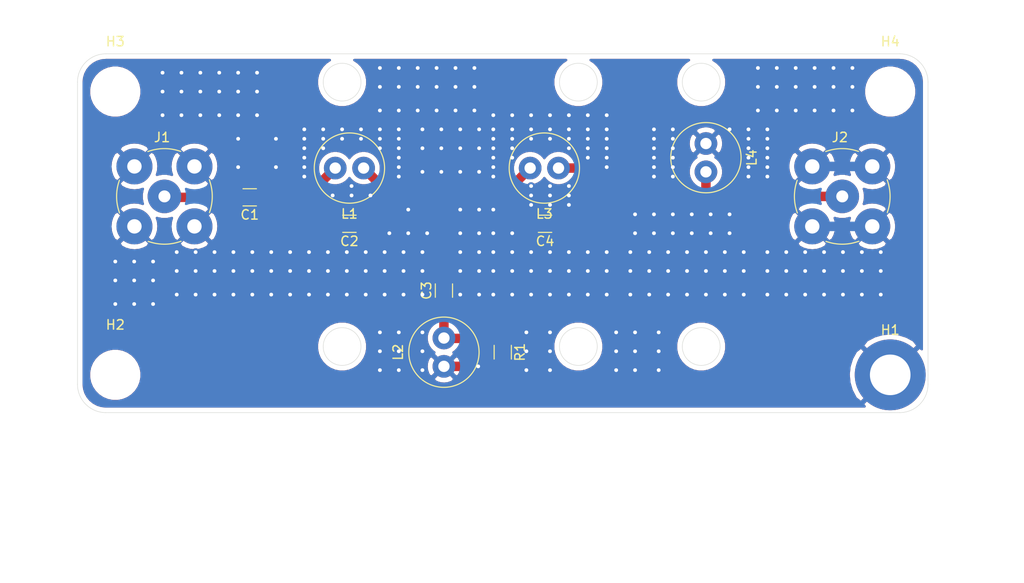
<source format=kicad_pcb>
(kicad_pcb (version 20171130) (host pcbnew "(5.1.9)-1")

  (general
    (thickness 1.6)
    (drawings 41)
    (tracks 366)
    (zones 0)
    (modules 15)
    (nets 7)
  )

  (page A4)
  (layers
    (0 F.Cu signal)
    (31 B.Cu signal)
    (32 B.Adhes user hide)
    (33 F.Adhes user hide)
    (34 B.Paste user hide)
    (35 F.Paste user hide)
    (36 B.SilkS user hide)
    (37 F.SilkS user hide)
    (38 B.Mask user hide)
    (39 F.Mask user hide)
    (40 Dwgs.User user hide)
    (41 Cmts.User user hide)
    (42 Eco1.User user hide)
    (43 Eco2.User user hide)
    (44 Edge.Cuts user)
    (45 Margin user hide)
    (46 B.CrtYd user hide)
    (47 F.CrtYd user hide)
    (48 B.Fab user hide)
    (49 F.Fab user hide)
  )

  (setup
    (last_trace_width 0.25)
    (user_trace_width 1)
    (user_trace_width 5)
    (trace_clearance 0.2)
    (zone_clearance 0.508)
    (zone_45_only yes)
    (trace_min 0.2)
    (via_size 0.8)
    (via_drill 0.4)
    (via_min_size 0.4)
    (via_min_drill 0.3)
    (uvia_size 0.3)
    (uvia_drill 0.1)
    (uvias_allowed no)
    (uvia_min_size 0.2)
    (uvia_min_drill 0.1)
    (edge_width 0.05)
    (segment_width 0.2)
    (pcb_text_width 0.3)
    (pcb_text_size 1.5 1.5)
    (mod_edge_width 0.12)
    (mod_text_size 1 1)
    (mod_text_width 0.15)
    (pad_size 1.524 1.524)
    (pad_drill 0.762)
    (pad_to_mask_clearance 0)
    (aux_axis_origin 0 0)
    (visible_elements 7FFFFFFF)
    (pcbplotparams
      (layerselection 0x010fc_ffffffff)
      (usegerberextensions false)
      (usegerberattributes true)
      (usegerberadvancedattributes true)
      (creategerberjobfile true)
      (excludeedgelayer true)
      (linewidth 0.100000)
      (plotframeref false)
      (viasonmask false)
      (mode 1)
      (useauxorigin false)
      (hpglpennumber 1)
      (hpglpenspeed 20)
      (hpglpendiameter 15.000000)
      (psnegative false)
      (psa4output false)
      (plotreference true)
      (plotvalue true)
      (plotinvisibletext false)
      (padsonsilk false)
      (subtractmaskfromsilk false)
      (outputformat 1)
      (mirror false)
      (drillshape 0)
      (scaleselection 1)
      (outputdirectory "Filter_Gerb_RevA"))
  )

  (net 0 "")
  (net 1 "Net-(C1-Pad2)")
  (net 2 "Net-(C1-Pad1)")
  (net 3 "Net-(C2-Pad1)")
  (net 4 "Net-(C3-Pad1)")
  (net 5 "Net-(C4-Pad1)")
  (net 6 GND)

  (net_class Default "This is the default net class."
    (clearance 0.2)
    (trace_width 0.25)
    (via_dia 0.8)
    (via_drill 0.4)
    (uvia_dia 0.3)
    (uvia_drill 0.1)
    (add_net GND)
    (add_net "Net-(C1-Pad1)")
    (add_net "Net-(C1-Pad2)")
    (add_net "Net-(C2-Pad1)")
    (add_net "Net-(C3-Pad1)")
    (add_net "Net-(C4-Pad1)")
  )

  (module MountingHole:MountingHole_4.3mm_M4 (layer F.Cu) (tedit 56D1B4CB) (tstamp 60A938E2)
    (at 186 75)
    (descr "Mounting Hole 4.3mm, no annular, M4")
    (tags "mounting hole 4.3mm no annular m4")
    (path /60AE8E75)
    (attr virtual)
    (fp_text reference H4 (at 0 -5.3) (layer F.SilkS)
      (effects (font (size 1 1) (thickness 0.15)))
    )
    (fp_text value MountingHole (at 0 5.3) (layer F.Fab)
      (effects (font (size 1 1) (thickness 0.15)))
    )
    (fp_circle (center 0 0) (end 4.3 0) (layer Cmts.User) (width 0.15))
    (fp_circle (center 0 0) (end 4.55 0) (layer F.CrtYd) (width 0.05))
    (fp_text user %R (at 0.3 0) (layer F.Fab)
      (effects (font (size 1 1) (thickness 0.15)))
    )
    (pad 1 np_thru_hole circle (at 0 0) (size 4.3 4.3) (drill 4.3) (layers *.Cu *.Mask))
  )

  (module MountingHole:MountingHole_4.3mm_M4 (layer F.Cu) (tedit 56D1B4CB) (tstamp 60A938DA)
    (at 104 75)
    (descr "Mounting Hole 4.3mm, no annular, M4")
    (tags "mounting hole 4.3mm no annular m4")
    (path /60AE8CDB)
    (attr virtual)
    (fp_text reference H3 (at 0 -5.3) (layer F.SilkS)
      (effects (font (size 1 1) (thickness 0.15)))
    )
    (fp_text value MountingHole (at 0 5.3) (layer F.Fab)
      (effects (font (size 1 1) (thickness 0.15)))
    )
    (fp_circle (center 0 0) (end 4.3 0) (layer Cmts.User) (width 0.15))
    (fp_circle (center 0 0) (end 4.55 0) (layer F.CrtYd) (width 0.05))
    (fp_text user %R (at 0.3 0) (layer F.Fab)
      (effects (font (size 1 1) (thickness 0.15)))
    )
    (pad 1 np_thru_hole circle (at 0 0) (size 4.3 4.3) (drill 4.3) (layers *.Cu *.Mask))
  )

  (module MountingHole:MountingHole_4.3mm_M4 (layer F.Cu) (tedit 56D1B4CB) (tstamp 60B2CB2C)
    (at 104 105)
    (descr "Mounting Hole 4.3mm, no annular, M4")
    (tags "mounting hole 4.3mm no annular m4")
    (path /60AE88EC)
    (attr virtual)
    (fp_text reference H2 (at 0 -5.3) (layer F.SilkS)
      (effects (font (size 1 1) (thickness 0.15)))
    )
    (fp_text value MountingHole (at 0 5.3) (layer F.Fab)
      (effects (font (size 1 1) (thickness 0.15)))
    )
    (fp_circle (center 0 0) (end 4.3 0) (layer Cmts.User) (width 0.15))
    (fp_circle (center 0 0) (end 4.55 0) (layer F.CrtYd) (width 0.05))
    (fp_text user %R (at 0.3 0) (layer F.Fab)
      (effects (font (size 1 1) (thickness 0.15)))
    )
    (pad 1 np_thru_hole circle (at 0 0) (size 4.3 4.3) (drill 4.3) (layers *.Cu *.Mask))
  )

  (module MountingHole:MountingHole_4.3mm_M4_DIN965_Pad (layer F.Cu) (tedit 56D1B4CB) (tstamp 60A938CA)
    (at 186 105)
    (descr "Mounting Hole 4.3mm, M4, DIN965")
    (tags "mounting hole 4.3mm m4 din965")
    (path /60AE6128)
    (attr virtual)
    (fp_text reference H1 (at 0 -4.75) (layer F.SilkS)
      (effects (font (size 1 1) (thickness 0.15)))
    )
    (fp_text value MountingHole_Pad (at 0 4.75) (layer F.Fab)
      (effects (font (size 1 1) (thickness 0.15)))
    )
    (fp_circle (center 0 0) (end 3.75 0) (layer Cmts.User) (width 0.15))
    (fp_circle (center 0 0) (end 4 0) (layer F.CrtYd) (width 0.05))
    (fp_text user %R (at 0.3 0) (layer F.Fab)
      (effects (font (size 1 1) (thickness 0.15)))
    )
    (pad 1 thru_hole circle (at 0 0) (size 7.5 7.5) (drill 4.3) (layers *.Cu *.Mask)
      (net 6 GND))
  )

  (module Resistor_SMD:R_1206_3216Metric (layer F.Cu) (tedit 5F68FEEE) (tstamp 60A93256)
    (at 145 102.6 270)
    (descr "Resistor SMD 1206 (3216 Metric), square (rectangular) end terminal, IPC_7351 nominal, (Body size source: IPC-SM-782 page 72, https://www.pcb-3d.com/wordpress/wp-content/uploads/ipc-sm-782a_amendment_1_and_2.pdf), generated with kicad-footprint-generator")
    (tags resistor)
    (path /60AD3B74)
    (attr smd)
    (fp_text reference R1 (at 0 -1.82 90) (layer F.SilkS)
      (effects (font (size 1 1) (thickness 0.15)))
    )
    (fp_text value R (at 0 1.82 90) (layer F.Fab)
      (effects (font (size 1 1) (thickness 0.15)))
    )
    (fp_line (start -1.6 0.8) (end -1.6 -0.8) (layer F.Fab) (width 0.1))
    (fp_line (start -1.6 -0.8) (end 1.6 -0.8) (layer F.Fab) (width 0.1))
    (fp_line (start 1.6 -0.8) (end 1.6 0.8) (layer F.Fab) (width 0.1))
    (fp_line (start 1.6 0.8) (end -1.6 0.8) (layer F.Fab) (width 0.1))
    (fp_line (start -0.727064 -0.91) (end 0.727064 -0.91) (layer F.SilkS) (width 0.12))
    (fp_line (start -0.727064 0.91) (end 0.727064 0.91) (layer F.SilkS) (width 0.12))
    (fp_line (start -2.28 1.12) (end -2.28 -1.12) (layer F.CrtYd) (width 0.05))
    (fp_line (start -2.28 -1.12) (end 2.28 -1.12) (layer F.CrtYd) (width 0.05))
    (fp_line (start 2.28 -1.12) (end 2.28 1.12) (layer F.CrtYd) (width 0.05))
    (fp_line (start 2.28 1.12) (end -2.28 1.12) (layer F.CrtYd) (width 0.05))
    (fp_text user %R (at 0 0 90) (layer F.Fab)
      (effects (font (size 0.8 0.8) (thickness 0.12)))
    )
    (pad 2 smd roundrect (at 1.4625 0 270) (size 1.125 1.75) (layers F.Cu F.Paste F.Mask) (roundrect_rratio 0.2222213333333333)
      (net 6 GND))
    (pad 1 smd roundrect (at -1.4625 0 270) (size 1.125 1.75) (layers F.Cu F.Paste F.Mask) (roundrect_rratio 0.2222213333333333)
      (net 4 "Net-(C3-Pad1)"))
    (model ${KISYS3DMOD}/Resistor_SMD.3dshapes/R_1206_3216Metric.wrl
      (at (xyz 0 0 0))
      (scale (xyz 1 1 1))
      (rotate (xyz 0 0 0))
    )
  )

  (module Inductor_THT:L_Radial_D7.2mm_P3.00mm_MuRATA_1700 (layer F.Cu) (tedit 5AE59B06) (tstamp 60A93245)
    (at 166.5 80.5 270)
    (descr "Inductor, Radial series, Radial, pin pitch=3.00mm, , diameter=7.2mm, MuRATA, 1700, http://www.murata-ps.com/data/magnetics/kmp_1700.pdf")
    (tags "Inductor Radial series Radial pin pitch 3.00mm  diameter 7.2mm MuRATA 1700")
    (path /60AD7576)
    (fp_text reference L4 (at 1.5 -4.85 90) (layer F.SilkS)
      (effects (font (size 1 1) (thickness 0.15)))
    )
    (fp_text value 2.2m (at 1.5 4.85 90) (layer F.Fab)
      (effects (font (size 1 1) (thickness 0.15)))
    )
    (fp_circle (center 1.5 0) (end 5.1 0) (layer F.Fab) (width 0.1))
    (fp_circle (center 1.5 0) (end 5.22 0) (layer F.SilkS) (width 0.12))
    (fp_circle (center 1.5 0) (end 5.35 0) (layer F.CrtYd) (width 0.05))
    (fp_text user %R (at 1.5 0 90) (layer F.Fab)
      (effects (font (size 1 1) (thickness 0.15)))
    )
    (pad 2 thru_hole circle (at 3 0 270) (size 2.4 2.4) (drill 1.2) (layers *.Cu *.Mask)
      (net 5 "Net-(C4-Pad1)"))
    (pad 1 thru_hole circle (at 0 0 270) (size 2.4 2.4) (drill 1.2) (layers *.Cu *.Mask)
      (net 6 GND))
    (model ${KISYS3DMOD}/Inductor_THT.3dshapes/L_Radial_D7.2mm_P3.00mm_MuRATA_1700.wrl
      (at (xyz 0 0 0))
      (scale (xyz 1 1 1))
      (rotate (xyz 0 0 0))
    )
  )

  (module Inductor_THT:L_Radial_D7.2mm_P3.00mm_MuRATA_1700 (layer F.Cu) (tedit 5AE59B06) (tstamp 60A934B1)
    (at 150.9 83.1 180)
    (descr "Inductor, Radial series, Radial, pin pitch=3.00mm, , diameter=7.2mm, MuRATA, 1700, http://www.murata-ps.com/data/magnetics/kmp_1700.pdf")
    (tags "Inductor Radial series Radial pin pitch 3.00mm  diameter 7.2mm MuRATA 1700")
    (path /60AD68A0)
    (fp_text reference L3 (at 1.5 -4.85) (layer F.SilkS)
      (effects (font (size 1 1) (thickness 0.15)))
    )
    (fp_text value 2.2m (at 1.5 4.85) (layer F.Fab)
      (effects (font (size 1 1) (thickness 0.15)))
    )
    (fp_circle (center 1.5 0) (end 5.1 0) (layer F.Fab) (width 0.1))
    (fp_circle (center 1.5 0) (end 5.22 0) (layer F.SilkS) (width 0.12))
    (fp_circle (center 1.5 0) (end 5.35 0) (layer F.CrtYd) (width 0.05))
    (fp_text user %R (at 1.5 0) (layer F.Fab)
      (effects (font (size 1 1) (thickness 0.15)))
    )
    (pad 2 thru_hole circle (at 3 0 180) (size 2.4 2.4) (drill 1.2) (layers *.Cu *.Mask)
      (net 3 "Net-(C2-Pad1)"))
    (pad 1 thru_hole circle (at 0 0 180) (size 2.4 2.4) (drill 1.2) (layers *.Cu *.Mask)
      (net 5 "Net-(C4-Pad1)"))
    (model ${KISYS3DMOD}/Inductor_THT.3dshapes/L_Radial_D7.2mm_P3.00mm_MuRATA_1700.wrl
      (at (xyz 0 0 0))
      (scale (xyz 1 1 1))
      (rotate (xyz 0 0 0))
    )
  )

  (module Inductor_THT:L_Radial_D7.2mm_P3.00mm_MuRATA_1700 (layer F.Cu) (tedit 5AE59B06) (tstamp 60A93231)
    (at 138.775 104.1 90)
    (descr "Inductor, Radial series, Radial, pin pitch=3.00mm, , diameter=7.2mm, MuRATA, 1700, http://www.murata-ps.com/data/magnetics/kmp_1700.pdf")
    (tags "Inductor Radial series Radial pin pitch 3.00mm  diameter 7.2mm MuRATA 1700")
    (path /60AD50AE)
    (fp_text reference L2 (at 1.5 -4.85 90) (layer F.SilkS)
      (effects (font (size 1 1) (thickness 0.15)))
    )
    (fp_text value 2.2m (at 1.5 4.85 90) (layer F.Fab)
      (effects (font (size 1 1) (thickness 0.15)))
    )
    (fp_circle (center 1.5 0) (end 5.1 0) (layer F.Fab) (width 0.1))
    (fp_circle (center 1.5 0) (end 5.22 0) (layer F.SilkS) (width 0.12))
    (fp_circle (center 1.5 0) (end 5.35 0) (layer F.CrtYd) (width 0.05))
    (fp_text user %R (at 1.5 0 90) (layer F.Fab)
      (effects (font (size 1 1) (thickness 0.15)))
    )
    (pad 2 thru_hole circle (at 3 0 90) (size 2.4 2.4) (drill 1.2) (layers *.Cu *.Mask)
      (net 4 "Net-(C3-Pad1)"))
    (pad 1 thru_hole circle (at 0 0 90) (size 2.4 2.4) (drill 1.2) (layers *.Cu *.Mask)
      (net 6 GND))
    (model ${KISYS3DMOD}/Inductor_THT.3dshapes/L_Radial_D7.2mm_P3.00mm_MuRATA_1700.wrl
      (at (xyz 0 0 0))
      (scale (xyz 1 1 1))
      (rotate (xyz 0 0 0))
    )
  )

  (module Inductor_THT:L_Radial_D7.2mm_P3.00mm_MuRATA_1700 (layer F.Cu) (tedit 5AE59B06) (tstamp 60A93227)
    (at 130.275 83.1 180)
    (descr "Inductor, Radial series, Radial, pin pitch=3.00mm, , diameter=7.2mm, MuRATA, 1700, http://www.murata-ps.com/data/magnetics/kmp_1700.pdf")
    (tags "Inductor Radial series Radial pin pitch 3.00mm  diameter 7.2mm MuRATA 1700")
    (path /60AD2608)
    (fp_text reference L1 (at 1.5 -4.85) (layer F.SilkS)
      (effects (font (size 1 1) (thickness 0.15)))
    )
    (fp_text value 2.2m (at 1.5 4.85) (layer F.Fab)
      (effects (font (size 1 1) (thickness 0.15)))
    )
    (fp_circle (center 1.5 0) (end 5.1 0) (layer F.Fab) (width 0.1))
    (fp_circle (center 1.5 0) (end 5.22 0) (layer F.SilkS) (width 0.12))
    (fp_circle (center 1.5 0) (end 5.35 0) (layer F.CrtYd) (width 0.05))
    (fp_text user %R (at 1.5 0) (layer F.Fab)
      (effects (font (size 1 1) (thickness 0.15)))
    )
    (pad 2 thru_hole circle (at 3 0 180) (size 2.4 2.4) (drill 1.2) (layers *.Cu *.Mask)
      (net 2 "Net-(C1-Pad1)"))
    (pad 1 thru_hole circle (at 0 0 180) (size 2.4 2.4) (drill 1.2) (layers *.Cu *.Mask)
      (net 3 "Net-(C2-Pad1)"))
    (model ${KISYS3DMOD}/Inductor_THT.3dshapes/L_Radial_D7.2mm_P3.00mm_MuRATA_1700.wrl
      (at (xyz 0 0 0))
      (scale (xyz 1 1 1))
      (rotate (xyz 0 0 0))
    )
  )

  (module Connector_Coaxial:BNC_TEConnectivity_1478204_Vertical (layer F.Cu) (tedit 5A1DBFC1) (tstamp 60A9321D)
    (at 180.925 86.1)
    (descr "BNC female PCB mount 4 pin straight chassis connector http://www.te.com/usa-en/product-1-1478204-0.html")
    (tags "BNC female PCB mount 4 pin straight chassis connector ")
    (path /60ADE6F5)
    (fp_text reference J2 (at -0.25 -6.25) (layer F.SilkS)
      (effects (font (size 1 1) (thickness 0.15)))
    )
    (fp_text value Conn_Coaxial (at 0 6.5) (layer F.Fab)
      (effects (font (size 1 1) (thickness 0.15)))
    )
    (fp_line (start 5.5 -5.5) (end 5.5 5.5) (layer F.CrtYd) (width 0.05))
    (fp_line (start 5.5 5.5) (end -5.5 5.5) (layer F.CrtYd) (width 0.05))
    (fp_line (start -5.5 5.5) (end -5.5 -5.5) (layer F.CrtYd) (width 0.05))
    (fp_line (start -5.5 -5.5) (end 5.5 -5.5) (layer F.CrtYd) (width 0.05))
    (fp_circle (center 0 0) (end 4.8 0) (layer F.Fab) (width 0.1))
    (fp_arc (start 0 0) (end -1.75 -4.75) (angle 40) (layer F.SilkS) (width 0.12))
    (fp_arc (start 0 0) (end 4.75 -1.75) (angle 40) (layer F.SilkS) (width 0.12))
    (fp_arc (start 0 0) (end 1.75 4.75) (angle 40) (layer F.SilkS) (width 0.12))
    (fp_arc (start 0 0) (end -4.75 1.75) (angle 40) (layer F.SilkS) (width 0.12))
    (fp_text user %R (at 0 0) (layer F.Fab)
      (effects (font (size 1 1) (thickness 0.15)))
    )
    (pad 2 thru_hole circle (at 3.175 3.175) (size 3.81 3.81) (drill 1.524) (layers *.Cu *.Mask)
      (net 6 GND))
    (pad 2 thru_hole circle (at -3.175 3.175) (size 3.81 3.81) (drill 1.524) (layers *.Cu *.Mask)
      (net 6 GND))
    (pad 2 thru_hole circle (at 3.175 -3.175) (size 3.81 3.81) (drill 1.524) (layers *.Cu *.Mask)
      (net 6 GND))
    (pad 1 thru_hole circle (at 0 0) (size 3.556 3.556) (drill 1.27) (layers *.Cu *.Mask)
      (net 5 "Net-(C4-Pad1)"))
    (pad 2 thru_hole circle (at -3.175 -3.175) (size 3.81 3.81) (drill 1.524) (layers *.Cu *.Mask)
      (net 6 GND))
    (model ${KISYS3DMOD}/Connector_Coaxial.3dshapes/BNC_TEConnectivity_1478204_Vertical.wrl
      (at (xyz 0 0 0))
      (scale (xyz 1 1 1))
      (rotate (xyz 0 0 0))
    )
  )

  (module Connector_Coaxial:BNC_TEConnectivity_1478204_Vertical (layer F.Cu) (tedit 5A1DBFC1) (tstamp 60A9320A)
    (at 109.2 86.1)
    (descr "BNC female PCB mount 4 pin straight chassis connector http://www.te.com/usa-en/product-1-1478204-0.html")
    (tags "BNC female PCB mount 4 pin straight chassis connector ")
    (path /60AD0AB0)
    (fp_text reference J1 (at -0.25 -6.25) (layer F.SilkS)
      (effects (font (size 1 1) (thickness 0.15)))
    )
    (fp_text value Conn_Coaxial (at 0 6.5) (layer F.Fab)
      (effects (font (size 1 1) (thickness 0.15)))
    )
    (fp_line (start 5.5 -5.5) (end 5.5 5.5) (layer F.CrtYd) (width 0.05))
    (fp_line (start 5.5 5.5) (end -5.5 5.5) (layer F.CrtYd) (width 0.05))
    (fp_line (start -5.5 5.5) (end -5.5 -5.5) (layer F.CrtYd) (width 0.05))
    (fp_line (start -5.5 -5.5) (end 5.5 -5.5) (layer F.CrtYd) (width 0.05))
    (fp_circle (center 0 0) (end 4.8 0) (layer F.Fab) (width 0.1))
    (fp_arc (start 0 0) (end -1.75 -4.75) (angle 40) (layer F.SilkS) (width 0.12))
    (fp_arc (start 0 0) (end 4.75 -1.75) (angle 40) (layer F.SilkS) (width 0.12))
    (fp_arc (start 0 0) (end 1.75 4.75) (angle 40) (layer F.SilkS) (width 0.12))
    (fp_arc (start 0 0) (end -4.75 1.75) (angle 40) (layer F.SilkS) (width 0.12))
    (fp_text user %R (at 0 0) (layer F.Fab)
      (effects (font (size 1 1) (thickness 0.15)))
    )
    (pad 2 thru_hole circle (at 3.175 3.175) (size 3.81 3.81) (drill 1.524) (layers *.Cu *.Mask)
      (net 6 GND))
    (pad 2 thru_hole circle (at -3.175 3.175) (size 3.81 3.81) (drill 1.524) (layers *.Cu *.Mask)
      (net 6 GND))
    (pad 2 thru_hole circle (at 3.175 -3.175) (size 3.81 3.81) (drill 1.524) (layers *.Cu *.Mask)
      (net 6 GND))
    (pad 1 thru_hole circle (at 0 0) (size 3.556 3.556) (drill 1.27) (layers *.Cu *.Mask)
      (net 1 "Net-(C1-Pad2)"))
    (pad 2 thru_hole circle (at -3.175 -3.175) (size 3.81 3.81) (drill 1.524) (layers *.Cu *.Mask)
      (net 6 GND))
    (model ${KISYS3DMOD}/Connector_Coaxial.3dshapes/BNC_TEConnectivity_1478204_Vertical.wrl
      (at (xyz 0 0 0))
      (scale (xyz 1 1 1))
      (rotate (xyz 0 0 0))
    )
  )

  (module Capacitor_SMD:C_1206_3216Metric (layer F.Cu) (tedit 5F68FEEE) (tstamp 60A931F7)
    (at 149.475 89 180)
    (descr "Capacitor SMD 1206 (3216 Metric), square (rectangular) end terminal, IPC_7351 nominal, (Body size source: IPC-SM-782 page 76, https://www.pcb-3d.com/wordpress/wp-content/uploads/ipc-sm-782a_amendment_1_and_2.pdf), generated with kicad-footprint-generator")
    (tags capacitor)
    (path /60AD696C)
    (attr smd)
    (fp_text reference C4 (at 0 -1.85) (layer F.SilkS)
      (effects (font (size 1 1) (thickness 0.15)))
    )
    (fp_text value C (at 0 1.85) (layer F.Fab)
      (effects (font (size 1 1) (thickness 0.15)))
    )
    (fp_line (start -1.6 0.8) (end -1.6 -0.8) (layer F.Fab) (width 0.1))
    (fp_line (start -1.6 -0.8) (end 1.6 -0.8) (layer F.Fab) (width 0.1))
    (fp_line (start 1.6 -0.8) (end 1.6 0.8) (layer F.Fab) (width 0.1))
    (fp_line (start 1.6 0.8) (end -1.6 0.8) (layer F.Fab) (width 0.1))
    (fp_line (start -0.711252 -0.91) (end 0.711252 -0.91) (layer F.SilkS) (width 0.12))
    (fp_line (start -0.711252 0.91) (end 0.711252 0.91) (layer F.SilkS) (width 0.12))
    (fp_line (start -2.3 1.15) (end -2.3 -1.15) (layer F.CrtYd) (width 0.05))
    (fp_line (start -2.3 -1.15) (end 2.3 -1.15) (layer F.CrtYd) (width 0.05))
    (fp_line (start 2.3 -1.15) (end 2.3 1.15) (layer F.CrtYd) (width 0.05))
    (fp_line (start 2.3 1.15) (end -2.3 1.15) (layer F.CrtYd) (width 0.05))
    (fp_text user %R (at 0 0) (layer F.Fab)
      (effects (font (size 0.8 0.8) (thickness 0.12)))
    )
    (pad 2 smd roundrect (at 1.475 0 180) (size 1.15 1.8) (layers F.Cu F.Paste F.Mask) (roundrect_rratio 0.2173904347826087)
      (net 3 "Net-(C2-Pad1)"))
    (pad 1 smd roundrect (at -1.475 0 180) (size 1.15 1.8) (layers F.Cu F.Paste F.Mask) (roundrect_rratio 0.2173904347826087)
      (net 5 "Net-(C4-Pad1)"))
    (model ${KISYS3DMOD}/Capacitor_SMD.3dshapes/C_1206_3216Metric.wrl
      (at (xyz 0 0 0))
      (scale (xyz 1 1 1))
      (rotate (xyz 0 0 0))
    )
  )

  (module Capacitor_SMD:C_1206_3216Metric (layer F.Cu) (tedit 5F68FEEE) (tstamp 60A931E6)
    (at 138.775 96.075 90)
    (descr "Capacitor SMD 1206 (3216 Metric), square (rectangular) end terminal, IPC_7351 nominal, (Body size source: IPC-SM-782 page 76, https://www.pcb-3d.com/wordpress/wp-content/uploads/ipc-sm-782a_amendment_1_and_2.pdf), generated with kicad-footprint-generator")
    (tags capacitor)
    (path /60AD5AEF)
    (attr smd)
    (fp_text reference C3 (at 0 -1.85 90) (layer F.SilkS)
      (effects (font (size 1 1) (thickness 0.15)))
    )
    (fp_text value C (at 0 1.85 90) (layer F.Fab)
      (effects (font (size 1 1) (thickness 0.15)))
    )
    (fp_line (start -1.6 0.8) (end -1.6 -0.8) (layer F.Fab) (width 0.1))
    (fp_line (start -1.6 -0.8) (end 1.6 -0.8) (layer F.Fab) (width 0.1))
    (fp_line (start 1.6 -0.8) (end 1.6 0.8) (layer F.Fab) (width 0.1))
    (fp_line (start 1.6 0.8) (end -1.6 0.8) (layer F.Fab) (width 0.1))
    (fp_line (start -0.711252 -0.91) (end 0.711252 -0.91) (layer F.SilkS) (width 0.12))
    (fp_line (start -0.711252 0.91) (end 0.711252 0.91) (layer F.SilkS) (width 0.12))
    (fp_line (start -2.3 1.15) (end -2.3 -1.15) (layer F.CrtYd) (width 0.05))
    (fp_line (start -2.3 -1.15) (end 2.3 -1.15) (layer F.CrtYd) (width 0.05))
    (fp_line (start 2.3 -1.15) (end 2.3 1.15) (layer F.CrtYd) (width 0.05))
    (fp_line (start 2.3 1.15) (end -2.3 1.15) (layer F.CrtYd) (width 0.05))
    (fp_text user %R (at 0 0 90) (layer F.Fab)
      (effects (font (size 0.8 0.8) (thickness 0.12)))
    )
    (pad 2 smd roundrect (at 1.475 0 90) (size 1.15 1.8) (layers F.Cu F.Paste F.Mask) (roundrect_rratio 0.2173904347826087)
      (net 3 "Net-(C2-Pad1)"))
    (pad 1 smd roundrect (at -1.475 0 90) (size 1.15 1.8) (layers F.Cu F.Paste F.Mask) (roundrect_rratio 0.2173904347826087)
      (net 4 "Net-(C3-Pad1)"))
    (model ${KISYS3DMOD}/Capacitor_SMD.3dshapes/C_1206_3216Metric.wrl
      (at (xyz 0 0 0))
      (scale (xyz 1 1 1))
      (rotate (xyz 0 0 0))
    )
  )

  (module Capacitor_SMD:C_1206_3216Metric (layer F.Cu) (tedit 5F68FEEE) (tstamp 60A931D5)
    (at 128.775 89 180)
    (descr "Capacitor SMD 1206 (3216 Metric), square (rectangular) end terminal, IPC_7351 nominal, (Body size source: IPC-SM-782 page 76, https://www.pcb-3d.com/wordpress/wp-content/uploads/ipc-sm-782a_amendment_1_and_2.pdf), generated with kicad-footprint-generator")
    (tags capacitor)
    (path /60AD34F1)
    (attr smd)
    (fp_text reference C2 (at 0 -1.85) (layer F.SilkS)
      (effects (font (size 1 1) (thickness 0.15)))
    )
    (fp_text value C (at 0 1.85) (layer F.Fab)
      (effects (font (size 1 1) (thickness 0.15)))
    )
    (fp_line (start -1.6 0.8) (end -1.6 -0.8) (layer F.Fab) (width 0.1))
    (fp_line (start -1.6 -0.8) (end 1.6 -0.8) (layer F.Fab) (width 0.1))
    (fp_line (start 1.6 -0.8) (end 1.6 0.8) (layer F.Fab) (width 0.1))
    (fp_line (start 1.6 0.8) (end -1.6 0.8) (layer F.Fab) (width 0.1))
    (fp_line (start -0.711252 -0.91) (end 0.711252 -0.91) (layer F.SilkS) (width 0.12))
    (fp_line (start -0.711252 0.91) (end 0.711252 0.91) (layer F.SilkS) (width 0.12))
    (fp_line (start -2.3 1.15) (end -2.3 -1.15) (layer F.CrtYd) (width 0.05))
    (fp_line (start -2.3 -1.15) (end 2.3 -1.15) (layer F.CrtYd) (width 0.05))
    (fp_line (start 2.3 -1.15) (end 2.3 1.15) (layer F.CrtYd) (width 0.05))
    (fp_line (start 2.3 1.15) (end -2.3 1.15) (layer F.CrtYd) (width 0.05))
    (fp_text user %R (at 0 0) (layer F.Fab)
      (effects (font (size 0.8 0.8) (thickness 0.12)))
    )
    (pad 2 smd roundrect (at 1.475 0 180) (size 1.15 1.8) (layers F.Cu F.Paste F.Mask) (roundrect_rratio 0.2173904347826087)
      (net 2 "Net-(C1-Pad1)"))
    (pad 1 smd roundrect (at -1.475 0 180) (size 1.15 1.8) (layers F.Cu F.Paste F.Mask) (roundrect_rratio 0.2173904347826087)
      (net 3 "Net-(C2-Pad1)"))
    (model ${KISYS3DMOD}/Capacitor_SMD.3dshapes/C_1206_3216Metric.wrl
      (at (xyz 0 0 0))
      (scale (xyz 1 1 1))
      (rotate (xyz 0 0 0))
    )
  )

  (module Capacitor_SMD:C_1206_3216Metric (layer F.Cu) (tedit 5F68FEEE) (tstamp 60A931C4)
    (at 118.225 86.2 180)
    (descr "Capacitor SMD 1206 (3216 Metric), square (rectangular) end terminal, IPC_7351 nominal, (Body size source: IPC-SM-782 page 76, https://www.pcb-3d.com/wordpress/wp-content/uploads/ipc-sm-782a_amendment_1_and_2.pdf), generated with kicad-footprint-generator")
    (tags capacitor)
    (path /60ADDE5B)
    (attr smd)
    (fp_text reference C1 (at 0 -1.85) (layer F.SilkS)
      (effects (font (size 1 1) (thickness 0.15)))
    )
    (fp_text value C (at 0 1.85) (layer F.Fab)
      (effects (font (size 1 1) (thickness 0.15)))
    )
    (fp_line (start -1.6 0.8) (end -1.6 -0.8) (layer F.Fab) (width 0.1))
    (fp_line (start -1.6 -0.8) (end 1.6 -0.8) (layer F.Fab) (width 0.1))
    (fp_line (start 1.6 -0.8) (end 1.6 0.8) (layer F.Fab) (width 0.1))
    (fp_line (start 1.6 0.8) (end -1.6 0.8) (layer F.Fab) (width 0.1))
    (fp_line (start -0.711252 -0.91) (end 0.711252 -0.91) (layer F.SilkS) (width 0.12))
    (fp_line (start -0.711252 0.91) (end 0.711252 0.91) (layer F.SilkS) (width 0.12))
    (fp_line (start -2.3 1.15) (end -2.3 -1.15) (layer F.CrtYd) (width 0.05))
    (fp_line (start -2.3 -1.15) (end 2.3 -1.15) (layer F.CrtYd) (width 0.05))
    (fp_line (start 2.3 -1.15) (end 2.3 1.15) (layer F.CrtYd) (width 0.05))
    (fp_line (start 2.3 1.15) (end -2.3 1.15) (layer F.CrtYd) (width 0.05))
    (fp_text user %R (at 0 0 180) (layer F.Fab)
      (effects (font (size 0.8 0.8) (thickness 0.12)))
    )
    (pad 2 smd roundrect (at 1.475 0 180) (size 1.15 1.8) (layers F.Cu F.Paste F.Mask) (roundrect_rratio 0.2173904347826087)
      (net 1 "Net-(C1-Pad2)"))
    (pad 1 smd roundrect (at -1.475 0 180) (size 1.15 1.8) (layers F.Cu F.Paste F.Mask) (roundrect_rratio 0.2173904347826087)
      (net 2 "Net-(C1-Pad1)"))
    (model ${KISYS3DMOD}/Capacitor_SMD.3dshapes/C_1206_3216Metric.wrl
      (at (xyz 0 0 0))
      (scale (xyz 1 1 1))
      (rotate (xyz 0 0 0))
    )
  )

  (gr_poly (pts (xy 193 95) (xy 172 95) (xy 172 92) (xy 188 92) (xy 188 80) (xy 172 80) (xy 172 77) (xy 193 77)) (layer B.Mask) (width 0.1))
  (gr_poly (pts (xy 122 80) (xy 103 80) (xy 103 92) (xy 122 92) (xy 122 95) (xy 97 95) (xy 97 77) (xy 122 77)) (layer F.Mask) (width 0.1))
  (gr_poly (pts (xy 193 95) (xy 172 95) (xy 172 92) (xy 188 92) (xy 188 80) (xy 172 80) (xy 172 77) (xy 193 77)) (layer F.Mask) (width 0.1))
  (gr_circle (center 166 74) (end 168 74) (layer Edge.Cuts) (width 0.05))
  (gr_circle (center 153 74) (end 155 74) (layer Edge.Cuts) (width 0.05))
  (gr_circle (center 128 74) (end 130 74) (layer Edge.Cuts) (width 0.05))
  (gr_circle (center 166 102) (end 168 102) (layer Edge.Cuts) (width 0.05))
  (gr_circle (center 153 102) (end 155 102) (layer Edge.Cuts) (width 0.05))
  (gr_circle (center 128 102) (end 130 102) (layer Edge.Cuts) (width 0.05))
  (gr_poly (pts (xy 144.1 92.5) (xy 147.5 92.5) (xy 147.5 97.1) (xy 141.4 97.1) (xy 141.4 87.6) (xy 144.1 87.6)) (layer F.Mask) (width 0.1))
  (gr_poly (pts (xy 172 77.5) (xy 121.9 77.5) (xy 121.9 68) (xy 172 68)) (layer F.Mask) (width 0.1))
  (gr_poly (pts (xy 173.8 92.4) (xy 172 94.2) (xy 169.1 94.2) (xy 169.1 87.3) (xy 173.8 87.3)) (layer F.Mask) (width 0.1))
  (gr_poly (pts (xy 137.7 92.4) (xy 136.3 93.8) (xy 136.3 97) (xy 133 97) (xy 133 92) (xy 134.9 92) (xy 134.9 87.2) (xy 137.7 87.2)) (layer F.Mask) (width 0.1))
  (gr_poly (pts (xy 124.6 92) (xy 121.75 92) (xy 121.75 87.4) (xy 124.6 87.4)) (layer F.Mask) (width 0.1))
  (gr_poly (pts (xy 122 78.5) (xy 172 78.5) (xy 172 68) (xy 122 68)) (layer B.Mask) (width 0.1) (tstamp 60B27F96))
  (gr_poly (pts (xy 122 97) (xy 172 97) (xy 172 91.75) (xy 122 91.75)) (layer B.Mask) (width 0.1) (tstamp 60B27F67))
  (gr_poly (pts (xy 148 115) (xy 172 115) (xy 172 92.5) (xy 148 92.5)) (layer B.Mask) (width 0.1) (tstamp 60B27F39))
  (gr_arc (start 187 74) (end 190 74) (angle -90) (layer Edge.Cuts) (width 0.05))
  (gr_arc (start 187 106) (end 187 109) (angle -90) (layer Edge.Cuts) (width 0.05))
  (gr_arc (start 103 106) (end 100 106) (angle -90) (layer Edge.Cuts) (width 0.05))
  (gr_arc (start 103 74) (end 103 71) (angle -90) (layer Edge.Cuts) (width 0.05))
  (gr_poly (pts (xy 169.5 92) (xy 175 92) (xy 175 78) (xy 169.5 78)) (layer B.Mask) (width 0.1) (tstamp 60AD652D))
  (gr_poly (pts (xy 157.5 92) (xy 160 92) (xy 160 78) (xy 157.5 78)) (layer B.Mask) (width 0.1) (tstamp 60AD6529))
  (gr_poly (pts (xy 141.5 92) (xy 144 92) (xy 144 78) (xy 141.5 78)) (layer B.Mask) (width 0.1) (tstamp 60AD6527))
  (gr_poly (pts (xy 135 92) (xy 137.5 92) (xy 137.5 78) (xy 135 78)) (layer B.Mask) (width 0.1) (tstamp 60AD6525))
  (gr_poly (pts (xy 130 115) (xy 150 115) (xy 150 107.5) (xy 130 107.5)) (layer B.Mask) (width 0.1) (tstamp 60AD633E))
  (gr_poly (pts (xy 122 115) (xy 132.5 115) (xy 132.5 92.5) (xy 122 92.25)) (layer B.Mask) (width 0.1) (tstamp 60AD6339))
  (gr_poly (pts (xy 122 92) (xy 124.5 92) (xy 124.5 78) (xy 122 78)) (layer B.Mask) (width 0.1) (tstamp 60AD6335))
  (gr_poly (pts (xy 150 113) (xy 130 113) (xy 130 107.5) (xy 150 107.5)) (layer F.Mask) (width 0.1) (tstamp 60AD5FA5))
  (gr_poly (pts (xy 160 92.5) (xy 157.5 92.5) (xy 157.5 87.5) (xy 160 87.5)) (layer F.Mask) (width 0.1) (tstamp 60AD5F9A))
  (gr_poly (pts (xy 175 85) (xy 169.5 85) (xy 169.5 77.5) (xy 175 77.5)) (layer F.Mask) (width 0.1))
  (gr_poly (pts (xy 172 113) (xy 147.5 113) (xy 147.5 92.5) (xy 172 92.5)) (layer F.Mask) (width 0.1))
  (gr_poly (pts (xy 133 113) (xy 121.75 113) (xy 121.75 92) (xy 133 92)) (layer F.Mask) (width 0.1))
  (gr_poly (pts (xy 125 82.5) (xy 121.9 82.5) (xy 121.9 77.5) (xy 125 77.5)) (layer F.Mask) (width 0.1))
  (gr_poly (pts (xy 137.5 85) (xy 135 85) (xy 135 77.5) (xy 137.5 77.5)) (layer F.Mask) (width 0.1))
  (gr_poly (pts (xy 144 85) (xy 141.5 85) (xy 141.5 77.5) (xy 144 77.5)) (layer F.Mask) (width 0.1))
  (gr_poly (pts (xy 160 85) (xy 157.5 85) (xy 157.5 77.5) (xy 160 77.5)) (layer F.Mask) (width 0.1))
  (gr_line (start 100 74) (end 100 106) (layer Edge.Cuts) (width 0.05) (tstamp 60B2CAB4))
  (gr_line (start 187 71) (end 103 71) (layer Edge.Cuts) (width 0.05))
  (gr_line (start 190 106) (end 190 74) (layer Edge.Cuts) (width 0.05))
  (gr_line (start 103 109) (end 187 109) (layer Edge.Cuts) (width 0.05))

  (segment (start 109.3 86.2) (end 109.2 86.1) (width 1) (layer F.Cu) (net 1))
  (segment (start 116.75 86.2) (end 109.3 86.2) (width 1) (layer F.Cu) (net 1))
  (segment (start 124.175 86.2) (end 127.275 83.1) (width 1) (layer F.Cu) (net 2))
  (segment (start 119.7 86.2) (end 124.175 86.2) (width 1) (layer F.Cu) (net 2))
  (segment (start 124.5 86.2) (end 127.3 89) (width 1) (layer F.Cu) (net 2))
  (segment (start 124.175 86.2) (end 124.5 86.2) (width 1) (layer F.Cu) (net 2))
  (segment (start 145 86) (end 147.9 83.1) (width 1) (layer F.Cu) (net 3))
  (segment (start 131.5 89) (end 134.5 86) (width 1) (layer F.Cu) (net 3))
  (segment (start 130.25 89) (end 131.5 89) (width 1) (layer F.Cu) (net 3))
  (segment (start 145 86) (end 148 89) (width 1) (layer F.Cu) (net 3))
  (segment (start 138.775 86.225) (end 139 86) (width 1) (layer F.Cu) (net 3))
  (segment (start 138.775 94.6) (end 138.775 86.225) (width 1) (layer F.Cu) (net 3))
  (segment (start 139 86) (end 145 86) (width 1) (layer F.Cu) (net 3))
  (segment (start 134.5 86) (end 139 86) (width 1) (layer F.Cu) (net 3))
  (segment (start 133.175 86) (end 130.275 83.1) (width 1) (layer F.Cu) (net 3))
  (segment (start 134.5 86) (end 133.175 86) (width 1) (layer F.Cu) (net 3))
  (segment (start 138.775 97.55) (end 138.775 101.1) (width 1) (layer F.Cu) (net 4))
  (segment (start 138.8125 101.1375) (end 138.775 101.1) (width 1) (layer F.Cu) (net 4))
  (segment (start 145 101.1375) (end 138.8125 101.1375) (width 1) (layer F.Cu) (net 4))
  (segment (start 154 89) (end 150.95 89) (width 1) (layer F.Cu) (net 5))
  (segment (start 154.1 83.1) (end 157 86) (width 1) (layer F.Cu) (net 5))
  (segment (start 150.9 83.1) (end 154.1 83.1) (width 1) (layer F.Cu) (net 5))
  (segment (start 180.925 85) (end 179.925 86) (width 1) (layer F.Cu) (net 5))
  (segment (start 156.9 86.1) (end 156.75 86.25) (width 1) (layer F.Cu) (net 5))
  (segment (start 156.75 86.25) (end 154 89) (width 1) (layer F.Cu) (net 5))
  (segment (start 157 86) (end 156.75 86.25) (width 1) (layer F.Cu) (net 5))
  (segment (start 166.5 86) (end 166.6 86.1) (width 1) (layer F.Cu) (net 5))
  (segment (start 166.5 83.5) (end 166.5 86) (width 1) (layer F.Cu) (net 5))
  (segment (start 166.6 86.1) (end 156.9 86.1) (width 1) (layer F.Cu) (net 5))
  (segment (start 180.925 86.1) (end 166.6 86.1) (width 1) (layer F.Cu) (net 5))
  (via (at 144 84) (size 0.8) (drill 0.4) (layers F.Cu B.Cu) (net 6) (tstamp 60AD6087))
  (via (at 144 83) (size 0.8) (drill 0.4) (layers F.Cu B.Cu) (net 6) (tstamp 60AD60A7))
  (via (at 144 82) (size 0.8) (drill 0.4) (layers F.Cu B.Cu) (net 6) (tstamp 60AD60A9))
  (via (at 144 81) (size 0.8) (drill 0.4) (layers F.Cu B.Cu) (net 6) (tstamp 60AD60AB))
  (via (at 144 80) (size 0.8) (drill 0.4) (layers F.Cu B.Cu) (net 6) (tstamp 60AD60AD))
  (via (at 144 79) (size 0.8) (drill 0.4) (layers F.Cu B.Cu) (net 6) (tstamp 60AD60AF))
  (via (at 156 82) (size 0.8) (drill 0.4) (layers F.Cu B.Cu) (net 6) (tstamp 60AD60B2))
  (via (at 156 79) (size 0.8) (drill 0.4) (layers F.Cu B.Cu) (net 6) (tstamp 60AD60B3))
  (via (at 156 83) (size 0.8) (drill 0.4) (layers F.Cu B.Cu) (net 6) (tstamp 60AD60B4))
  (via (at 156 81) (size 0.8) (drill 0.4) (layers F.Cu B.Cu) (net 6) (tstamp 60AD60B5))
  (via (at 156 80) (size 0.8) (drill 0.4) (layers F.Cu B.Cu) (net 6) (tstamp 60AD60B6))
  (via (at 152 85) (size 0.8) (drill 0.4) (layers F.Cu B.Cu) (net 6) (tstamp 60AD60CA))
  (via (at 152 87) (size 0.8) (drill 0.4) (layers F.Cu B.Cu) (net 6) (tstamp 60AD60CB))
  (via (at 152 86) (size 0.8) (drill 0.4) (layers F.Cu B.Cu) (net 6) (tstamp 60AD60CC))
  (via (at 161 80) (size 0.8) (drill 0.4) (layers F.Cu B.Cu) (net 6) (tstamp 60AD60ED))
  (via (at 173 79) (size 0.8) (drill 0.4) (layers F.Cu B.Cu) (net 6) (tstamp 60AD60F0))
  (via (at 173 80) (size 0.8) (drill 0.4) (layers F.Cu B.Cu) (net 6) (tstamp 60AD60F1))
  (via (at 161 79) (size 0.8) (drill 0.4) (layers F.Cu B.Cu) (net 6) (tstamp 60AD60F3))
  (via (at 173 81) (size 0.8) (drill 0.4) (layers F.Cu B.Cu) (net 6) (tstamp 60AD611C))
  (via (at 161 81) (size 0.8) (drill 0.4) (layers F.Cu B.Cu) (net 6) (tstamp 60AD611F))
  (via (at 173 82) (size 0.8) (drill 0.4) (layers F.Cu B.Cu) (net 6) (tstamp 60AD6173))
  (via (at 173 84) (size 0.8) (drill 0.4) (layers F.Cu B.Cu) (net 6) (tstamp 60AD6174))
  (via (at 173 83) (size 0.8) (drill 0.4) (layers F.Cu B.Cu) (net 6) (tstamp 60AD6175))
  (via (at 163 82) (size 0.8) (drill 0.4) (layers F.Cu B.Cu) (net 6) (tstamp 60AD6182))
  (via (at 163 84) (size 0.8) (drill 0.4) (layers F.Cu B.Cu) (net 6) (tstamp 60AD6185))
  (via (at 163 83) (size 0.8) (drill 0.4) (layers F.Cu B.Cu) (net 6) (tstamp 60AD6188))
  (via (at 117 80) (size 0.8) (drill 0.4) (layers F.Cu B.Cu) (net 6))
  (segment (start 177.75 82.925) (end 184.1 82.925) (width 1) (layer B.Cu) (net 6))
  (segment (start 184.1 89.275) (end 177.75 89.275) (width 1) (layer B.Cu) (net 6))
  (segment (start 142.4375 104.0625) (end 142.4 104.1) (width 1) (layer F.Cu) (net 6))
  (segment (start 145 104.0625) (end 142.4375 104.0625) (width 1) (layer F.Cu) (net 6))
  (via (at 142.4 104.1) (size 0.8) (drill 0.4) (layers F.Cu B.Cu) (net 6))
  (segment (start 138.775 104.1) (end 142.4 104.1) (width 1) (layer F.Cu) (net 6))
  (via (at 121 80) (size 0.8) (drill 0.4) (layers F.Cu B.Cu) (net 6) (tstamp 60AD602C))
  (via (at 121 83) (size 0.8) (drill 0.4) (layers F.Cu B.Cu) (net 6) (tstamp 60AD602E))
  (via (at 117 83) (size 0.8) (drill 0.4) (layers F.Cu B.Cu) (net 6) (tstamp 60AD6034))
  (via (at 128 80) (size 0.8) (drill 0.4) (layers F.Cu B.Cu) (net 6) (tstamp 60AD6039))
  (via (at 130 80) (size 0.8) (drill 0.4) (layers F.Cu B.Cu) (net 6) (tstamp 60AD603B))
  (via (at 132 80) (size 0.8) (drill 0.4) (layers F.Cu B.Cu) (net 6) (tstamp 60AD603D))
  (via (at 132 81) (size 0.8) (drill 0.4) (layers F.Cu B.Cu) (net 6) (tstamp 60AD603F))
  (via (at 134 81) (size 0.8) (drill 0.4) (layers F.Cu B.Cu) (net 6) (tstamp 60AD6041))
  (via (at 134 80) (size 0.8) (drill 0.4) (layers F.Cu B.Cu) (net 6) (tstamp 60AD6043))
  (via (at 134 79) (size 0.8) (drill 0.4) (layers F.Cu B.Cu) (net 6) (tstamp 60AD6045))
  (via (at 132 79) (size 0.8) (drill 0.4) (layers F.Cu B.Cu) (net 6) (tstamp 60AD6047))
  (via (at 130 79) (size 0.8) (drill 0.4) (layers F.Cu B.Cu) (net 6) (tstamp 60AD6049))
  (via (at 128 79) (size 0.8) (drill 0.4) (layers F.Cu B.Cu) (net 6) (tstamp 60AD604B))
  (via (at 126 79) (size 0.8) (drill 0.4) (layers F.Cu B.Cu) (net 6) (tstamp 60AD604D))
  (via (at 126 80) (size 0.8) (drill 0.4) (layers F.Cu B.Cu) (net 6) (tstamp 60AD6050))
  (via (at 126 81) (size 0.8) (drill 0.4) (layers F.Cu B.Cu) (net 6) (tstamp 60AD6052))
  (via (at 127 86) (size 0.8) (drill 0.4) (layers F.Cu B.Cu) (net 6) (tstamp 60AD6054))
  (via (at 129 86) (size 0.8) (drill 0.4) (layers F.Cu B.Cu) (net 6) (tstamp 60AD6056))
  (via (at 131 86) (size 0.8) (drill 0.4) (layers F.Cu B.Cu) (net 6) (tstamp 60AD6058))
  (via (at 129 85) (size 0.8) (drill 0.4) (layers F.Cu B.Cu) (net 6) (tstamp 60AD605A))
  (via (at 134 84) (size 0.8) (drill 0.4) (layers F.Cu B.Cu) (net 6) (tstamp 60AD605C))
  (via (at 134 83) (size 0.8) (drill 0.4) (layers F.Cu B.Cu) (net 6) (tstamp 60AD605E))
  (via (at 134 82) (size 0.8) (drill 0.4) (layers F.Cu B.Cu) (net 6) (tstamp 60AD6060))
  (via (at 152 79) (size 0.8) (drill 0.4) (layers F.Cu B.Cu) (net 6) (tstamp 60AD6080))
  (via (at 150 80) (size 0.8) (drill 0.4) (layers F.Cu B.Cu) (net 6) (tstamp 60AD6081))
  (via (at 146 82) (size 0.8) (drill 0.4) (layers F.Cu B.Cu) (net 6) (tstamp 60AD6082))
  (via (at 152 81) (size 0.8) (drill 0.4) (layers F.Cu B.Cu) (net 6) (tstamp 60AD6083))
  (via (at 154 80) (size 0.8) (drill 0.4) (layers F.Cu B.Cu) (net 6) (tstamp 60AD6084))
  (via (at 148 79) (size 0.8) (drill 0.4) (layers F.Cu B.Cu) (net 6) (tstamp 60AD6085))
  (via (at 146 80) (size 0.8) (drill 0.4) (layers F.Cu B.Cu) (net 6) (tstamp 60AD6086))
  (via (at 154 82) (size 0.8) (drill 0.4) (layers F.Cu B.Cu) (net 6) (tstamp 60AD6088))
  (via (at 152 80) (size 0.8) (drill 0.4) (layers F.Cu B.Cu) (net 6) (tstamp 60AD6089))
  (via (at 154 81) (size 0.8) (drill 0.4) (layers F.Cu B.Cu) (net 6) (tstamp 60AD608A))
  (via (at 146 81) (size 0.8) (drill 0.4) (layers F.Cu B.Cu) (net 6) (tstamp 60AD608B))
  (via (at 150 79) (size 0.8) (drill 0.4) (layers F.Cu B.Cu) (net 6) (tstamp 60AD608C))
  (via (at 146 79) (size 0.8) (drill 0.4) (layers F.Cu B.Cu) (net 6) (tstamp 60AD608D))
  (via (at 154 79) (size 0.8) (drill 0.4) (layers F.Cu B.Cu) (net 6) (tstamp 60AD608E))
  (via (at 148 80) (size 0.8) (drill 0.4) (layers F.Cu B.Cu) (net 6) (tstamp 60AD608F))
  (via (at 150 85) (size 0.8) (drill 0.4) (layers F.Cu B.Cu) (net 6) (tstamp 60AD60C9))
  (via (at 150 86) (size 0.8) (drill 0.4) (layers F.Cu B.Cu) (net 6) (tstamp 60AD60CD))
  (via (at 150 87) (size 0.8) (drill 0.4) (layers F.Cu B.Cu) (net 6) (tstamp 60AD60CE))
  (via (at 148 87) (size 0.8) (drill 0.4) (layers F.Cu B.Cu) (net 6) (tstamp 60AD60CF))
  (via (at 148 85) (size 0.8) (drill 0.4) (layers F.Cu B.Cu) (net 6) (tstamp 60AD60D0))
  (via (at 148 86) (size 0.8) (drill 0.4) (layers F.Cu B.Cu) (net 6) (tstamp 60AD60D1))
  (via (at 163 80) (size 0.8) (drill 0.4) (layers F.Cu B.Cu) (net 6) (tstamp 60AD60F5))
  (via (at 171 80) (size 0.8) (drill 0.4) (layers F.Cu B.Cu) (net 6) (tstamp 60AD60F8))
  (via (at 171 79) (size 0.8) (drill 0.4) (layers F.Cu B.Cu) (net 6) (tstamp 60AD60F9))
  (via (at 169 79) (size 0.8) (drill 0.4) (layers F.Cu B.Cu) (net 6) (tstamp 60AD60FC))
  (via (at 163 79) (size 0.8) (drill 0.4) (layers F.Cu B.Cu) (net 6) (tstamp 60AD6100))
  (via (at 171 81) (size 0.8) (drill 0.4) (layers F.Cu B.Cu) (net 6) (tstamp 60AD611A))
  (via (at 163 81) (size 0.8) (drill 0.4) (layers F.Cu B.Cu) (net 6) (tstamp 60AD611E))
  (via (at 171 83) (size 0.8) (drill 0.4) (layers F.Cu B.Cu) (net 6) (tstamp 60AD6176))
  (via (at 171 82) (size 0.8) (drill 0.4) (layers F.Cu B.Cu) (net 6) (tstamp 60AD6177))
  (via (at 171 84) (size 0.8) (drill 0.4) (layers F.Cu B.Cu) (net 6) (tstamp 60AD6178))
  (via (at 161 82) (size 0.8) (drill 0.4) (layers F.Cu B.Cu) (net 6) (tstamp 60AD6183))
  (via (at 161 83) (size 0.8) (drill 0.4) (layers F.Cu B.Cu) (net 6) (tstamp 60AD6186))
  (via (at 161 84) (size 0.8) (drill 0.4) (layers F.Cu B.Cu) (net 6) (tstamp 60AD6187))
  (via (at 124 84) (size 0.8) (drill 0.4) (layers F.Cu B.Cu) (net 6) (tstamp 60AD61AD))
  (via (at 124 80) (size 0.8) (drill 0.4) (layers F.Cu B.Cu) (net 6) (tstamp 60AD61AE))
  (via (at 124 83) (size 0.8) (drill 0.4) (layers F.Cu B.Cu) (net 6) (tstamp 60AD61AF))
  (via (at 124 82) (size 0.8) (drill 0.4) (layers F.Cu B.Cu) (net 6) (tstamp 60AD61B0))
  (via (at 124 81) (size 0.8) (drill 0.4) (layers F.Cu B.Cu) (net 6) (tstamp 60AD61B1))
  (via (at 124 79) (size 0.8) (drill 0.4) (layers F.Cu B.Cu) (net 6) (tstamp 60AD61B2))
  (via (at 144 77.5) (size 0.8) (drill 0.4) (layers F.Cu B.Cu) (net 6) (tstamp 60BD5ED3))
  (via (at 156 77.5) (size 0.8) (drill 0.4) (layers F.Cu B.Cu) (net 6) (tstamp 60BD5ED4))
  (via (at 152 77.5) (size 0.8) (drill 0.4) (layers F.Cu B.Cu) (net 6) (tstamp 60BD5ED5))
  (via (at 154 77.5) (size 0.8) (drill 0.4) (layers F.Cu B.Cu) (net 6) (tstamp 60BD5ED6))
  (via (at 148 77.5) (size 0.8) (drill 0.4) (layers F.Cu B.Cu) (net 6) (tstamp 60BD5ED7))
  (via (at 150 77.5) (size 0.8) (drill 0.4) (layers F.Cu B.Cu) (net 6) (tstamp 60BD5ED8))
  (via (at 146 77.5) (size 0.8) (drill 0.4) (layers F.Cu B.Cu) (net 6) (tstamp 60BD5ED9))
  (via (at 154 92) (size 0.8) (drill 0.4) (layers F.Cu B.Cu) (net 6) (tstamp 60BD5EFE))
  (via (at 146 92) (size 0.8) (drill 0.4) (layers F.Cu B.Cu) (net 6) (tstamp 60BD5EFF))
  (via (at 156 92) (size 0.8) (drill 0.4) (layers F.Cu B.Cu) (net 6) (tstamp 60BD5F00))
  (via (at 150 92) (size 0.8) (drill 0.4) (layers F.Cu B.Cu) (net 6) (tstamp 60BD5F01))
  (via (at 148 92) (size 0.8) (drill 0.4) (layers F.Cu B.Cu) (net 6) (tstamp 60BD5F02))
  (via (at 152 92) (size 0.8) (drill 0.4) (layers F.Cu B.Cu) (net 6) (tstamp 60BD5F03))
  (via (at 144 92) (size 0.8) (drill 0.4) (layers F.Cu B.Cu) (net 6) (tstamp 60BD5F04))
  (via (at 148 94) (size 0.8) (drill 0.4) (layers F.Cu B.Cu) (net 6) (tstamp 60BD5F0C))
  (via (at 150 94) (size 0.8) (drill 0.4) (layers F.Cu B.Cu) (net 6) (tstamp 60BD5F0D))
  (via (at 154 94) (size 0.8) (drill 0.4) (layers F.Cu B.Cu) (net 6) (tstamp 60BD5F0E))
  (via (at 156 94) (size 0.8) (drill 0.4) (layers F.Cu B.Cu) (net 6) (tstamp 60BD5F0F))
  (via (at 144 94) (size 0.8) (drill 0.4) (layers F.Cu B.Cu) (net 6) (tstamp 60BD5F10))
  (via (at 146 94) (size 0.8) (drill 0.4) (layers F.Cu B.Cu) (net 6) (tstamp 60BD5F11))
  (via (at 152 94) (size 0.8) (drill 0.4) (layers F.Cu B.Cu) (net 6) (tstamp 60BD5F12))
  (via (at 150 96.5) (size 0.8) (drill 0.4) (layers F.Cu B.Cu) (net 6) (tstamp 60BD5F1A))
  (via (at 146 96.5) (size 0.8) (drill 0.4) (layers F.Cu B.Cu) (net 6) (tstamp 60BD5F1B))
  (via (at 148 96.5) (size 0.8) (drill 0.4) (layers F.Cu B.Cu) (net 6) (tstamp 60BD5F1C))
  (via (at 154 96.5) (size 0.8) (drill 0.4) (layers F.Cu B.Cu) (net 6) (tstamp 60BD5F1D))
  (via (at 156 96.5) (size 0.8) (drill 0.4) (layers F.Cu B.Cu) (net 6) (tstamp 60BD5F1E))
  (via (at 144 96.5) (size 0.8) (drill 0.4) (layers F.Cu B.Cu) (net 6) (tstamp 60BD5F1F))
  (via (at 152 96.5) (size 0.8) (drill 0.4) (layers F.Cu B.Cu) (net 6) (tstamp 60BD5F20))
  (via (at 164.5 94) (size 0.8) (drill 0.4) (layers F.Cu B.Cu) (net 6) (tstamp 60BD5F29))
  (via (at 160.5 94) (size 0.8) (drill 0.4) (layers F.Cu B.Cu) (net 6) (tstamp 60BD5F2A))
  (via (at 158.5 96.5) (size 0.8) (drill 0.4) (layers F.Cu B.Cu) (net 6) (tstamp 60BD5F2B))
  (via (at 162.5 92) (size 0.8) (drill 0.4) (layers F.Cu B.Cu) (net 6) (tstamp 60BD5F2C))
  (via (at 164.5 96.5) (size 0.8) (drill 0.4) (layers F.Cu B.Cu) (net 6) (tstamp 60BD5F2D))
  (via (at 168.5 96.5) (size 0.8) (drill 0.4) (layers F.Cu B.Cu) (net 6) (tstamp 60BD5F2E))
  (via (at 164.5 92) (size 0.8) (drill 0.4) (layers F.Cu B.Cu) (net 6) (tstamp 60BD5F2F))
  (via (at 162.5 94) (size 0.8) (drill 0.4) (layers F.Cu B.Cu) (net 6) (tstamp 60BD5F30))
  (via (at 160.5 96.5) (size 0.8) (drill 0.4) (layers F.Cu B.Cu) (net 6) (tstamp 60BD5F31))
  (via (at 168.5 94) (size 0.8) (drill 0.4) (layers F.Cu B.Cu) (net 6) (tstamp 60BD5F32))
  (via (at 168.5 92) (size 0.8) (drill 0.4) (layers F.Cu B.Cu) (net 6) (tstamp 60BD5F33))
  (via (at 170.5 92) (size 0.8) (drill 0.4) (layers F.Cu B.Cu) (net 6) (tstamp 60BD5F34))
  (via (at 170.5 94) (size 0.8) (drill 0.4) (layers F.Cu B.Cu) (net 6) (tstamp 60BD5F35))
  (via (at 162.5 96.5) (size 0.8) (drill 0.4) (layers F.Cu B.Cu) (net 6) (tstamp 60BD5F36))
  (via (at 158.5 94) (size 0.8) (drill 0.4) (layers F.Cu B.Cu) (net 6) (tstamp 60BD5F37))
  (via (at 158.5 92) (size 0.8) (drill 0.4) (layers F.Cu B.Cu) (net 6) (tstamp 60BD5F38))
  (via (at 160.5 92) (size 0.8) (drill 0.4) (layers F.Cu B.Cu) (net 6) (tstamp 60BD5F39))
  (via (at 166.5 94) (size 0.8) (drill 0.4) (layers F.Cu B.Cu) (net 6) (tstamp 60BD5F3A))
  (via (at 166.5 96.5) (size 0.8) (drill 0.4) (layers F.Cu B.Cu) (net 6) (tstamp 60BD5F3B))
  (via (at 170.5 96.5) (size 0.8) (drill 0.4) (layers F.Cu B.Cu) (net 6) (tstamp 60BD5F3C))
  (via (at 166.5 92) (size 0.8) (drill 0.4) (layers F.Cu B.Cu) (net 6) (tstamp 60BD5F3D))
  (via (at 173 92) (size 0.8) (drill 0.4) (layers F.Cu B.Cu) (net 6) (tstamp 60BD5F53))
  (via (at 173 96.5) (size 0.8) (drill 0.4) (layers F.Cu B.Cu) (net 6) (tstamp 60BD5F54))
  (via (at 179 92) (size 0.8) (drill 0.4) (layers F.Cu B.Cu) (net 6) (tstamp 60BD5F55))
  (via (at 183 94) (size 0.8) (drill 0.4) (layers F.Cu B.Cu) (net 6) (tstamp 60BD5F56))
  (via (at 181 96.5) (size 0.8) (drill 0.4) (layers F.Cu B.Cu) (net 6) (tstamp 60BD5F57))
  (via (at 183 96.5) (size 0.8) (drill 0.4) (layers F.Cu B.Cu) (net 6) (tstamp 60BD5F58))
  (via (at 177 94) (size 0.8) (drill 0.4) (layers F.Cu B.Cu) (net 6) (tstamp 60BD5F59))
  (via (at 175 96.5) (size 0.8) (drill 0.4) (layers F.Cu B.Cu) (net 6) (tstamp 60BD5F5A))
  (via (at 175 92) (size 0.8) (drill 0.4) (layers F.Cu B.Cu) (net 6) (tstamp 60BD5F5B))
  (via (at 181 94) (size 0.8) (drill 0.4) (layers F.Cu B.Cu) (net 6) (tstamp 60BD5F5C))
  (via (at 177 92) (size 0.8) (drill 0.4) (layers F.Cu B.Cu) (net 6) (tstamp 60BD5F5D))
  (via (at 179 94) (size 0.8) (drill 0.4) (layers F.Cu B.Cu) (net 6) (tstamp 60BD5F5E))
  (via (at 185 94) (size 0.8) (drill 0.4) (layers F.Cu B.Cu) (net 6) (tstamp 60BD5F5F))
  (via (at 183 92) (size 0.8) (drill 0.4) (layers F.Cu B.Cu) (net 6) (tstamp 60BD5F60))
  (via (at 177 96.5) (size 0.8) (drill 0.4) (layers F.Cu B.Cu) (net 6) (tstamp 60BD5F61))
  (via (at 173 94) (size 0.8) (drill 0.4) (layers F.Cu B.Cu) (net 6) (tstamp 60BD5F62))
  (via (at 179 96.5) (size 0.8) (drill 0.4) (layers F.Cu B.Cu) (net 6) (tstamp 60BD5F63))
  (via (at 185 92) (size 0.8) (drill 0.4) (layers F.Cu B.Cu) (net 6) (tstamp 60BD5F64))
  (via (at 185 96.5) (size 0.8) (drill 0.4) (layers F.Cu B.Cu) (net 6) (tstamp 60BD5F65))
  (via (at 175 94) (size 0.8) (drill 0.4) (layers F.Cu B.Cu) (net 6) (tstamp 60BD5F66))
  (via (at 181 92) (size 0.8) (drill 0.4) (layers F.Cu B.Cu) (net 6) (tstamp 60BD5F67))
  (via (at 128.5 94) (size 0.8) (drill 0.4) (layers F.Cu B.Cu) (net 6) (tstamp 60BD5F7D))
  (via (at 128.5 92) (size 0.8) (drill 0.4) (layers F.Cu B.Cu) (net 6) (tstamp 60BD5F7E))
  (via (at 134.5 92) (size 0.8) (drill 0.4) (layers F.Cu B.Cu) (net 6) (tstamp 60BD5F7F))
  (via (at 126.5 94) (size 0.8) (drill 0.4) (layers F.Cu B.Cu) (net 6) (tstamp 60BD5F80))
  (via (at 134.5 96.5) (size 0.8) (drill 0.4) (layers F.Cu B.Cu) (net 6) (tstamp 60BD5F81))
  (via (at 126.5 92) (size 0.8) (drill 0.4) (layers F.Cu B.Cu) (net 6) (tstamp 60BD5F82))
  (via (at 132.5 94) (size 0.8) (drill 0.4) (layers F.Cu B.Cu) (net 6) (tstamp 60BD5F83))
  (via (at 130.5 92) (size 0.8) (drill 0.4) (layers F.Cu B.Cu) (net 6) (tstamp 60BD5F84))
  (via (at 136.5 92) (size 0.8) (drill 0.4) (layers F.Cu B.Cu) (net 6) (tstamp 60BD5F85))
  (via (at 136.5 94) (size 0.8) (drill 0.4) (layers F.Cu B.Cu) (net 6) (tstamp 60BD5F86))
  (via (at 134.5 94) (size 0.8) (drill 0.4) (layers F.Cu B.Cu) (net 6) (tstamp 60BD5F87))
  (via (at 124.5 94) (size 0.8) (drill 0.4) (layers F.Cu B.Cu) (net 6) (tstamp 60BD5F88))
  (via (at 124.5 92) (size 0.8) (drill 0.4) (layers F.Cu B.Cu) (net 6) (tstamp 60BD5F89))
  (via (at 124.5 96.5) (size 0.8) (drill 0.4) (layers F.Cu B.Cu) (net 6) (tstamp 60BD5F8A))
  (via (at 130.5 94) (size 0.8) (drill 0.4) (layers F.Cu B.Cu) (net 6) (tstamp 60BD5F8B))
  (via (at 130.5 96.5) (size 0.8) (drill 0.4) (layers F.Cu B.Cu) (net 6) (tstamp 60BD5F8C))
  (via (at 126.5 96.5) (size 0.8) (drill 0.4) (layers F.Cu B.Cu) (net 6) (tstamp 60BD5F8D))
  (via (at 128.5 96.5) (size 0.8) (drill 0.4) (layers F.Cu B.Cu) (net 6) (tstamp 60BD5F8E))
  (via (at 132.5 92) (size 0.8) (drill 0.4) (layers F.Cu B.Cu) (net 6) (tstamp 60BD5F8F))
  (via (at 132.5 96.5) (size 0.8) (drill 0.4) (layers F.Cu B.Cu) (net 6) (tstamp 60BD5F90))
  (via (at 136.5 96.5) (size 0.8) (drill 0.4) (layers F.Cu B.Cu) (net 6) (tstamp 60BD5F91))
  (via (at 112.5 94) (size 0.8) (drill 0.4) (layers F.Cu B.Cu) (net 6) (tstamp 60BD5FA7))
  (via (at 122.5 92) (size 0.8) (drill 0.4) (layers F.Cu B.Cu) (net 6) (tstamp 60BD5FA8))
  (via (at 110.5 92) (size 0.8) (drill 0.4) (layers F.Cu B.Cu) (net 6) (tstamp 60BD5FA9))
  (via (at 114.5 94) (size 0.8) (drill 0.4) (layers F.Cu B.Cu) (net 6) (tstamp 60BD5FAA))
  (via (at 120.5 94) (size 0.8) (drill 0.4) (layers F.Cu B.Cu) (net 6) (tstamp 60BD5FAB))
  (via (at 116.5 94) (size 0.8) (drill 0.4) (layers F.Cu B.Cu) (net 6) (tstamp 60BD5FAC))
  (via (at 118.5 92) (size 0.8) (drill 0.4) (layers F.Cu B.Cu) (net 6) (tstamp 60BD5FAD))
  (via (at 114.5 96.5) (size 0.8) (drill 0.4) (layers F.Cu B.Cu) (net 6) (tstamp 60BD5FAE))
  (via (at 118.5 96.5) (size 0.8) (drill 0.4) (layers F.Cu B.Cu) (net 6) (tstamp 60BD5FAF))
  (via (at 122.5 96.5) (size 0.8) (drill 0.4) (layers F.Cu B.Cu) (net 6) (tstamp 60BD5FB0))
  (via (at 112.5 96.5) (size 0.8) (drill 0.4) (layers F.Cu B.Cu) (net 6) (tstamp 60BD5FB1))
  (via (at 120.5 96.5) (size 0.8) (drill 0.4) (layers F.Cu B.Cu) (net 6) (tstamp 60BD5FB2))
  (via (at 122.5 94) (size 0.8) (drill 0.4) (layers F.Cu B.Cu) (net 6) (tstamp 60BD5FB3))
  (via (at 112.5 92) (size 0.8) (drill 0.4) (layers F.Cu B.Cu) (net 6) (tstamp 60BD5FB4))
  (via (at 110.5 94) (size 0.8) (drill 0.4) (layers F.Cu B.Cu) (net 6) (tstamp 60BD5FB5))
  (via (at 118.5 94) (size 0.8) (drill 0.4) (layers F.Cu B.Cu) (net 6) (tstamp 60BD5FB6))
  (via (at 120.5 92) (size 0.8) (drill 0.4) (layers F.Cu B.Cu) (net 6) (tstamp 60BD5FB7))
  (via (at 116.5 92) (size 0.8) (drill 0.4) (layers F.Cu B.Cu) (net 6) (tstamp 60BD5FB8))
  (via (at 110.5 96.5) (size 0.8) (drill 0.4) (layers F.Cu B.Cu) (net 6) (tstamp 60BD5FB9))
  (via (at 114.5 92) (size 0.8) (drill 0.4) (layers F.Cu B.Cu) (net 6) (tstamp 60BD5FBA))
  (via (at 116.5 96.5) (size 0.8) (drill 0.4) (layers F.Cu B.Cu) (net 6) (tstamp 60BD5FBB))
  (via (at 136.5 100.5) (size 0.8) (drill 0.4) (layers F.Cu B.Cu) (net 6) (tstamp 60BD5FD2))
  (via (at 132 104.5) (size 0.8) (drill 0.4) (layers F.Cu B.Cu) (net 6) (tstamp 60BD5FD3))
  (via (at 134 100.5) (size 0.8) (drill 0.4) (layers F.Cu B.Cu) (net 6) (tstamp 60BD5FD4))
  (via (at 132 100.5) (size 0.8) (drill 0.4) (layers F.Cu B.Cu) (net 6) (tstamp 60BD5FD5))
  (via (at 134 104.5) (size 0.8) (drill 0.4) (layers F.Cu B.Cu) (net 6) (tstamp 60BD5FD6))
  (via (at 134 102.5) (size 0.8) (drill 0.4) (layers F.Cu B.Cu) (net 6) (tstamp 60BD5FD7))
  (via (at 136.5 102.5) (size 0.8) (drill 0.4) (layers F.Cu B.Cu) (net 6) (tstamp 60BD5FD8))
  (via (at 132 102.5) (size 0.8) (drill 0.4) (layers F.Cu B.Cu) (net 6) (tstamp 60BD5FD9))
  (via (at 136.5 104.5) (size 0.8) (drill 0.4) (layers F.Cu B.Cu) (net 6) (tstamp 60BD5FDA))
  (via (at 157 104.5) (size 0.8) (drill 0.4) (layers F.Cu B.Cu) (net 6) (tstamp 60BD5FED))
  (via (at 157 100.5) (size 0.8) (drill 0.4) (layers F.Cu B.Cu) (net 6) (tstamp 60BD5FEE))
  (via (at 161.5 102.5) (size 0.8) (drill 0.4) (layers F.Cu B.Cu) (net 6) (tstamp 60BD5FEF))
  (via (at 157 102.5) (size 0.8) (drill 0.4) (layers F.Cu B.Cu) (net 6) (tstamp 60BD5FF0))
  (via (at 161.5 100.5) (size 0.8) (drill 0.4) (layers F.Cu B.Cu) (net 6) (tstamp 60BD5FF1))
  (via (at 159 100.5) (size 0.8) (drill 0.4) (layers F.Cu B.Cu) (net 6) (tstamp 60BD5FF2))
  (via (at 161.5 104.5) (size 0.8) (drill 0.4) (layers F.Cu B.Cu) (net 6) (tstamp 60BD5FF3))
  (via (at 159 104.5) (size 0.8) (drill 0.4) (layers F.Cu B.Cu) (net 6) (tstamp 60BD5FF4))
  (via (at 159 102.5) (size 0.8) (drill 0.4) (layers F.Cu B.Cu) (net 6) (tstamp 60BD5FF5))
  (via (at 150 104.5) (size 0.8) (drill 0.4) (layers F.Cu B.Cu) (net 6) (tstamp 60BD6000))
  (via (at 147.5 100.5) (size 0.8) (drill 0.4) (layers F.Cu B.Cu) (net 6) (tstamp 60BD6001))
  (via (at 150 102.5) (size 0.8) (drill 0.4) (layers F.Cu B.Cu) (net 6) (tstamp 60BD6002))
  (via (at 150 100.5) (size 0.8) (drill 0.4) (layers F.Cu B.Cu) (net 6) (tstamp 60BD6003))
  (via (at 147.5 104.5) (size 0.8) (drill 0.4) (layers F.Cu B.Cu) (net 6) (tstamp 60BD6004))
  (via (at 147.5 102.5) (size 0.8) (drill 0.4) (layers F.Cu B.Cu) (net 6) (tstamp 60BD6005))
  (via (at 133 90) (size 0.8) (drill 0.4) (layers F.Cu B.Cu) (net 6) (tstamp 60BD6013))
  (via (at 135 87.5) (size 0.8) (drill 0.4) (layers F.Cu B.Cu) (net 6) (tstamp 60BD6015))
  (via (at 137 90) (size 0.8) (drill 0.4) (layers F.Cu B.Cu) (net 6) (tstamp 60BD6016))
  (via (at 135 90) (size 0.8) (drill 0.4) (layers F.Cu B.Cu) (net 6) (tstamp 60BD6017))
  (via (at 140.5 87.5) (size 0.8) (drill 0.4) (layers F.Cu B.Cu) (net 6) (tstamp 60BD6046))
  (via (at 140.5 90) (size 0.8) (drill 0.4) (layers F.Cu B.Cu) (net 6) (tstamp 60BD6047))
  (via (at 142.5 90) (size 0.8) (drill 0.4) (layers F.Cu B.Cu) (net 6) (tstamp 60BD6048))
  (via (at 146 90) (size 0.8) (drill 0.4) (layers F.Cu B.Cu) (net 6) (tstamp 60BD6050))
  (via (at 144 87.5) (size 0.8) (drill 0.4) (layers F.Cu B.Cu) (net 6) (tstamp 60BD6051))
  (via (at 144 90) (size 0.8) (drill 0.4) (layers F.Cu B.Cu) (net 6) (tstamp 60BD6052))
  (via (at 142.5 87.5) (size 0.8) (drill 0.4) (layers F.Cu B.Cu) (net 6) (tstamp 60BD6058))
  (via (at 142.5 94) (size 0.8) (drill 0.4) (layers F.Cu B.Cu) (net 6) (tstamp 60BD605A))
  (via (at 140.5 96.5) (size 0.8) (drill 0.4) (layers F.Cu B.Cu) (net 6) (tstamp 60BD605B))
  (via (at 142.5 96.5) (size 0.8) (drill 0.4) (layers F.Cu B.Cu) (net 6) (tstamp 60BD605C))
  (via (at 140.5 94) (size 0.8) (drill 0.4) (layers F.Cu B.Cu) (net 6) (tstamp 60BD605D))
  (via (at 140.5 92) (size 0.8) (drill 0.4) (layers F.Cu B.Cu) (net 6) (tstamp 60BD605E))
  (via (at 142.5 92) (size 0.8) (drill 0.4) (layers F.Cu B.Cu) (net 6) (tstamp 60BD605F))
  (via (at 142.5 81) (size 0.8) (drill 0.4) (layers F.Cu B.Cu) (net 6) (tstamp 60BD6066))
  (via (at 140.5 83.5) (size 0.8) (drill 0.4) (layers F.Cu B.Cu) (net 6) (tstamp 60BD6067))
  (via (at 140.5 81) (size 0.8) (drill 0.4) (layers F.Cu B.Cu) (net 6) (tstamp 60BD6068))
  (via (at 142.5 83.5) (size 0.8) (drill 0.4) (layers F.Cu B.Cu) (net 6) (tstamp 60BD6069))
  (via (at 142.5 79) (size 0.8) (drill 0.4) (layers F.Cu B.Cu) (net 6) (tstamp 60BD606A))
  (via (at 140.5 79) (size 0.8) (drill 0.4) (layers F.Cu B.Cu) (net 6) (tstamp 60BD606B))
  (via (at 136.5 81) (size 0.8) (drill 0.4) (layers F.Cu B.Cu) (net 6) (tstamp 60BD6072))
  (via (at 136.5 83.5) (size 0.8) (drill 0.4) (layers F.Cu B.Cu) (net 6) (tstamp 60BD6073))
  (via (at 136.5 79) (size 0.8) (drill 0.4) (layers F.Cu B.Cu) (net 6) (tstamp 60BD6074))
  (via (at 138.5 79) (size 0.8) (drill 0.4) (layers F.Cu B.Cu) (net 6) (tstamp 60BD6075))
  (via (at 138.5 81) (size 0.8) (drill 0.4) (layers F.Cu B.Cu) (net 6) (tstamp 60BD6076))
  (via (at 138.5 83.5) (size 0.8) (drill 0.4) (layers F.Cu B.Cu) (net 6) (tstamp 60BD6077))
  (via (at 163 88) (size 0.8) (drill 0.4) (layers F.Cu B.Cu) (net 6) (tstamp 60BD607F))
  (via (at 167 90) (size 0.8) (drill 0.4) (layers F.Cu B.Cu) (net 6) (tstamp 60BD6080))
  (via (at 161 90) (size 0.8) (drill 0.4) (layers F.Cu B.Cu) (net 6) (tstamp 60BD6081))
  (via (at 159 88) (size 0.8) (drill 0.4) (layers F.Cu B.Cu) (net 6) (tstamp 60BD6082))
  (via (at 165 90) (size 0.8) (drill 0.4) (layers F.Cu B.Cu) (net 6) (tstamp 60BD6083))
  (via (at 161 88) (size 0.8) (drill 0.4) (layers F.Cu B.Cu) (net 6) (tstamp 60BD6084))
  (via (at 163 90) (size 0.8) (drill 0.4) (layers F.Cu B.Cu) (net 6) (tstamp 60BD6085))
  (via (at 169 90) (size 0.8) (drill 0.4) (layers F.Cu B.Cu) (net 6) (tstamp 60BD6086))
  (via (at 167 88) (size 0.8) (drill 0.4) (layers F.Cu B.Cu) (net 6) (tstamp 60BD6087))
  (via (at 169 88) (size 0.8) (drill 0.4) (layers F.Cu B.Cu) (net 6) (tstamp 60BD6088))
  (via (at 159 90) (size 0.8) (drill 0.4) (layers F.Cu B.Cu) (net 6) (tstamp 60BD6089))
  (via (at 165 88) (size 0.8) (drill 0.4) (layers F.Cu B.Cu) (net 6) (tstamp 60BD608A))
  (via (at 106 93) (size 0.8) (drill 0.4) (layers F.Cu B.Cu) (net 6) (tstamp 60BD60AF))
  (via (at 106 95) (size 0.8) (drill 0.4) (layers F.Cu B.Cu) (net 6) (tstamp 60BD60B0))
  (via (at 104 95) (size 0.8) (drill 0.4) (layers F.Cu B.Cu) (net 6) (tstamp 60BD60B1))
  (via (at 108 95) (size 0.8) (drill 0.4) (layers F.Cu B.Cu) (net 6) (tstamp 60BD60B2))
  (via (at 104 93) (size 0.8) (drill 0.4) (layers F.Cu B.Cu) (net 6) (tstamp 60BD60B3))
  (via (at 104 97.5) (size 0.8) (drill 0.4) (layers F.Cu B.Cu) (net 6) (tstamp 60BD60B4))
  (via (at 108 97.5) (size 0.8) (drill 0.4) (layers F.Cu B.Cu) (net 6) (tstamp 60BD60B5))
  (via (at 108 93) (size 0.8) (drill 0.4) (layers F.Cu B.Cu) (net 6) (tstamp 60BD60B6))
  (via (at 106 97.5) (size 0.8) (drill 0.4) (layers F.Cu B.Cu) (net 6) (tstamp 60BD60B7))
  (via (at 117 75) (size 0.8) (drill 0.4) (layers F.Cu B.Cu) (net 6) (tstamp 60BD60D3))
  (via (at 115 73) (size 0.8) (drill 0.4) (layers F.Cu B.Cu) (net 6) (tstamp 60BD60D4))
  (via (at 119 75) (size 0.8) (drill 0.4) (layers F.Cu B.Cu) (net 6) (tstamp 60BD60D5))
  (via (at 119 77.5) (size 0.8) (drill 0.4) (layers F.Cu B.Cu) (net 6) (tstamp 60BD60D6))
  (via (at 117 77.5) (size 0.8) (drill 0.4) (layers F.Cu B.Cu) (net 6) (tstamp 60BD60D7))
  (via (at 117 73) (size 0.8) (drill 0.4) (layers F.Cu B.Cu) (net 6) (tstamp 60BD60D8))
  (via (at 115 75) (size 0.8) (drill 0.4) (layers F.Cu B.Cu) (net 6) (tstamp 60BD60D9))
  (via (at 115 77.5) (size 0.8) (drill 0.4) (layers F.Cu B.Cu) (net 6) (tstamp 60BD60DA))
  (via (at 119 73) (size 0.8) (drill 0.4) (layers F.Cu B.Cu) (net 6) (tstamp 60BD60DB))
  (via (at 113 77.5) (size 0.8) (drill 0.4) (layers F.Cu B.Cu) (net 6) (tstamp 60BD60DC))
  (via (at 109 73) (size 0.8) (drill 0.4) (layers F.Cu B.Cu) (net 6) (tstamp 60BD60DD))
  (via (at 113 75) (size 0.8) (drill 0.4) (layers F.Cu B.Cu) (net 6) (tstamp 60BD60DE))
  (via (at 113 73) (size 0.8) (drill 0.4) (layers F.Cu B.Cu) (net 6) (tstamp 60BD60DF))
  (via (at 109 75) (size 0.8) (drill 0.4) (layers F.Cu B.Cu) (net 6) (tstamp 60BD60E0))
  (via (at 111 75) (size 0.8) (drill 0.4) (layers F.Cu B.Cu) (net 6) (tstamp 60BD60E1))
  (via (at 111 77.5) (size 0.8) (drill 0.4) (layers F.Cu B.Cu) (net 6) (tstamp 60BD60E2))
  (via (at 111 73) (size 0.8) (drill 0.4) (layers F.Cu B.Cu) (net 6) (tstamp 60BD60E3))
  (via (at 109 77.5) (size 0.8) (drill 0.4) (layers F.Cu B.Cu) (net 6) (tstamp 60BD60E4))
  (via (at 140 77) (size 0.8) (drill 0.4) (layers F.Cu B.Cu) (net 6) (tstamp 60BD60F7))
  (via (at 136 72.5) (size 0.8) (drill 0.4) (layers F.Cu B.Cu) (net 6) (tstamp 60BD60F8))
  (via (at 140 72.5) (size 0.8) (drill 0.4) (layers F.Cu B.Cu) (net 6) (tstamp 60BD60F9))
  (via (at 138 72.5) (size 0.8) (drill 0.4) (layers F.Cu B.Cu) (net 6) (tstamp 60BD60FA))
  (via (at 134 72.5) (size 0.8) (drill 0.4) (layers F.Cu B.Cu) (net 6) (tstamp 60BD60FB))
  (via (at 138 74.5) (size 0.8) (drill 0.4) (layers F.Cu B.Cu) (net 6) (tstamp 60BD60FC))
  (via (at 138 77) (size 0.8) (drill 0.4) (layers F.Cu B.Cu) (net 6) (tstamp 60BD60FD))
  (via (at 136 74.5) (size 0.8) (drill 0.4) (layers F.Cu B.Cu) (net 6) (tstamp 60BD60FE))
  (via (at 142 72.5) (size 0.8) (drill 0.4) (layers F.Cu B.Cu) (net 6) (tstamp 60BD60FF))
  (via (at 132 74.5) (size 0.8) (drill 0.4) (layers F.Cu B.Cu) (net 6) (tstamp 60BD6100))
  (via (at 140 74.5) (size 0.8) (drill 0.4) (layers F.Cu B.Cu) (net 6) (tstamp 60BD6101))
  (via (at 132 77) (size 0.8) (drill 0.4) (layers F.Cu B.Cu) (net 6) (tstamp 60BD6102))
  (via (at 142 77) (size 0.8) (drill 0.4) (layers F.Cu B.Cu) (net 6) (tstamp 60BD6103))
  (via (at 132 72.5) (size 0.8) (drill 0.4) (layers F.Cu B.Cu) (net 6) (tstamp 60BD6104))
  (via (at 134 74.5) (size 0.8) (drill 0.4) (layers F.Cu B.Cu) (net 6) (tstamp 60BD6105))
  (via (at 134 77) (size 0.8) (drill 0.4) (layers F.Cu B.Cu) (net 6) (tstamp 60BD6106))
  (via (at 142 74.5) (size 0.8) (drill 0.4) (layers F.Cu B.Cu) (net 6) (tstamp 60BD6107))
  (via (at 136 77) (size 0.8) (drill 0.4) (layers F.Cu B.Cu) (net 6) (tstamp 60BD6108))
  (via (at 172 77) (size 0.8) (drill 0.4) (layers F.Cu B.Cu) (net 6) (tstamp 60BD611B))
  (via (at 182 77) (size 0.8) (drill 0.4) (layers F.Cu B.Cu) (net 6) (tstamp 60BD611C))
  (via (at 172 72.5) (size 0.8) (drill 0.4) (layers F.Cu B.Cu) (net 6) (tstamp 60BD611D))
  (via (at 174 77) (size 0.8) (drill 0.4) (layers F.Cu B.Cu) (net 6) (tstamp 60BD611E))
  (via (at 182 74.5) (size 0.8) (drill 0.4) (layers F.Cu B.Cu) (net 6) (tstamp 60BD611F))
  (via (at 180 74.5) (size 0.8) (drill 0.4) (layers F.Cu B.Cu) (net 6) (tstamp 60BD6120))
  (via (at 176 77) (size 0.8) (drill 0.4) (layers F.Cu B.Cu) (net 6) (tstamp 60BD6121))
  (via (at 178 74.5) (size 0.8) (drill 0.4) (layers F.Cu B.Cu) (net 6) (tstamp 60BD6122))
  (via (at 182 72.5) (size 0.8) (drill 0.4) (layers F.Cu B.Cu) (net 6) (tstamp 60BD6123))
  (via (at 178 72.5) (size 0.8) (drill 0.4) (layers F.Cu B.Cu) (net 6) (tstamp 60BD6124))
  (via (at 180 77) (size 0.8) (drill 0.4) (layers F.Cu B.Cu) (net 6) (tstamp 60BD6125))
  (via (at 172 74.5) (size 0.8) (drill 0.4) (layers F.Cu B.Cu) (net 6) (tstamp 60BD6126))
  (via (at 174 72.5) (size 0.8) (drill 0.4) (layers F.Cu B.Cu) (net 6) (tstamp 60BD6127))
  (via (at 176 72.5) (size 0.8) (drill 0.4) (layers F.Cu B.Cu) (net 6) (tstamp 60BD6128))
  (via (at 178 77) (size 0.8) (drill 0.4) (layers F.Cu B.Cu) (net 6) (tstamp 60BD6129))
  (via (at 180 72.5) (size 0.8) (drill 0.4) (layers F.Cu B.Cu) (net 6) (tstamp 60BD612A))
  (via (at 176 74.5) (size 0.8) (drill 0.4) (layers F.Cu B.Cu) (net 6) (tstamp 60BD612B))
  (via (at 174 74.5) (size 0.8) (drill 0.4) (layers F.Cu B.Cu) (net 6) (tstamp 60BD612C))

  (zone (net 6) (net_name GND) (layer B.Cu) (tstamp 60BD624D) (hatch edge 0.508)
    (connect_pads (clearance 0.508))
    (min_thickness 0.254)
    (fill yes (arc_segments 32) (thermal_gap 0.508) (thermal_bridge_width 0.508))
    (polygon
      (pts
        (xy 200.175 126.975) (xy 93.825 127.025) (xy 92.5 65.35) (xy 198.85 65.3)
      )
    )
    (filled_polygon
      (pts
        (xy 126.299826 71.928332) (xy 125.928332 72.299826) (xy 125.636451 72.736657) (xy 125.4354 73.222037) (xy 125.332905 73.737314)
        (xy 125.332905 74.262686) (xy 125.4354 74.777963) (xy 125.636451 75.263343) (xy 125.928332 75.700174) (xy 126.299826 76.071668)
        (xy 126.736657 76.363549) (xy 127.222037 76.5646) (xy 127.737314 76.667095) (xy 128.262686 76.667095) (xy 128.777963 76.5646)
        (xy 129.263343 76.363549) (xy 129.700174 76.071668) (xy 130.071668 75.700174) (xy 130.363549 75.263343) (xy 130.5646 74.777963)
        (xy 130.667095 74.262686) (xy 130.667095 73.737314) (xy 130.5646 73.222037) (xy 130.363549 72.736657) (xy 130.071668 72.299826)
        (xy 129.700174 71.928332) (xy 129.298587 71.66) (xy 151.701413 71.66) (xy 151.299826 71.928332) (xy 150.928332 72.299826)
        (xy 150.636451 72.736657) (xy 150.4354 73.222037) (xy 150.332905 73.737314) (xy 150.332905 74.262686) (xy 150.4354 74.777963)
        (xy 150.636451 75.263343) (xy 150.928332 75.700174) (xy 151.299826 76.071668) (xy 151.736657 76.363549) (xy 152.222037 76.5646)
        (xy 152.737314 76.667095) (xy 153.262686 76.667095) (xy 153.777963 76.5646) (xy 154.263343 76.363549) (xy 154.700174 76.071668)
        (xy 155.071668 75.700174) (xy 155.363549 75.263343) (xy 155.5646 74.777963) (xy 155.667095 74.262686) (xy 155.667095 73.737314)
        (xy 155.5646 73.222037) (xy 155.363549 72.736657) (xy 155.071668 72.299826) (xy 154.700174 71.928332) (xy 154.298587 71.66)
        (xy 164.701413 71.66) (xy 164.299826 71.928332) (xy 163.928332 72.299826) (xy 163.636451 72.736657) (xy 163.4354 73.222037)
        (xy 163.332905 73.737314) (xy 163.332905 74.262686) (xy 163.4354 74.777963) (xy 163.636451 75.263343) (xy 163.928332 75.700174)
        (xy 164.299826 76.071668) (xy 164.736657 76.363549) (xy 165.222037 76.5646) (xy 165.737314 76.667095) (xy 166.262686 76.667095)
        (xy 166.777963 76.5646) (xy 167.263343 76.363549) (xy 167.700174 76.071668) (xy 168.071668 75.700174) (xy 168.363549 75.263343)
        (xy 168.5646 74.777963) (xy 168.574995 74.725701) (xy 183.215 74.725701) (xy 183.215 75.274299) (xy 183.322026 75.812354)
        (xy 183.531965 76.319192) (xy 183.83675 76.775334) (xy 184.224666 77.16325) (xy 184.680808 77.468035) (xy 185.187646 77.677974)
        (xy 185.725701 77.785) (xy 186.274299 77.785) (xy 186.812354 77.677974) (xy 187.319192 77.468035) (xy 187.775334 77.16325)
        (xy 188.16325 76.775334) (xy 188.468035 76.319192) (xy 188.677974 75.812354) (xy 188.785 75.274299) (xy 188.785 74.725701)
        (xy 188.677974 74.187646) (xy 188.468035 73.680808) (xy 188.16325 73.224666) (xy 187.775334 72.83675) (xy 187.319192 72.531965)
        (xy 186.812354 72.322026) (xy 186.274299 72.215) (xy 185.725701 72.215) (xy 185.187646 72.322026) (xy 184.680808 72.531965)
        (xy 184.224666 72.83675) (xy 183.83675 73.224666) (xy 183.531965 73.680808) (xy 183.322026 74.187646) (xy 183.215 74.725701)
        (xy 168.574995 74.725701) (xy 168.667095 74.262686) (xy 168.667095 73.737314) (xy 168.5646 73.222037) (xy 168.363549 72.736657)
        (xy 168.071668 72.299826) (xy 167.700174 71.928332) (xy 167.298587 71.66) (xy 186.967721 71.66) (xy 187.453893 71.70767)
        (xy 187.890498 71.839489) (xy 188.293185 72.0536) (xy 188.646612 72.341848) (xy 188.937327 72.693261) (xy 189.154242 73.094439)
        (xy 189.289106 73.530113) (xy 189.340001 74.014353) (xy 189.34 102.281409) (xy 189.091872 102.087733) (xy 186.179605 105)
        (xy 186.193748 105.014143) (xy 186.014143 105.193748) (xy 186 105.179605) (xy 183.087733 108.091872) (xy 183.281409 108.34)
        (xy 103.032279 108.34) (xy 102.546106 108.29233) (xy 102.109503 108.160512) (xy 101.706814 107.946399) (xy 101.353387 107.65815)
        (xy 101.062673 107.306739) (xy 100.84576 106.905564) (xy 100.710894 106.469886) (xy 100.66 105.985664) (xy 100.66 104.725701)
        (xy 101.215 104.725701) (xy 101.215 105.274299) (xy 101.322026 105.812354) (xy 101.531965 106.319192) (xy 101.83675 106.775334)
        (xy 102.224666 107.16325) (xy 102.680808 107.468035) (xy 103.187646 107.677974) (xy 103.725701 107.785) (xy 104.274299 107.785)
        (xy 104.812354 107.677974) (xy 105.319192 107.468035) (xy 105.775334 107.16325) (xy 106.16325 106.775334) (xy 106.468035 106.319192)
        (xy 106.677974 105.812354) (xy 106.764376 105.37798) (xy 137.676626 105.37798) (xy 137.796514 105.662836) (xy 138.12021 105.823699)
        (xy 138.469069 105.918322) (xy 138.829684 105.943067) (xy 139.188198 105.896985) (xy 139.530833 105.781846) (xy 139.753486 105.662836)
        (xy 139.873374 105.37798) (xy 138.775 104.279605) (xy 137.676626 105.37798) (xy 106.764376 105.37798) (xy 106.785 105.274299)
        (xy 106.785 104.725701) (xy 106.677974 104.187646) (xy 106.468035 103.680808) (xy 106.16325 103.224666) (xy 105.775334 102.83675)
        (xy 105.319192 102.531965) (xy 104.812354 102.322026) (xy 104.274299 102.215) (xy 103.725701 102.215) (xy 103.187646 102.322026)
        (xy 102.680808 102.531965) (xy 102.224666 102.83675) (xy 101.83675 103.224666) (xy 101.531965 103.680808) (xy 101.322026 104.187646)
        (xy 101.215 104.725701) (xy 100.66 104.725701) (xy 100.66 101.737314) (xy 125.332905 101.737314) (xy 125.332905 102.262686)
        (xy 125.4354 102.777963) (xy 125.636451 103.263343) (xy 125.928332 103.700174) (xy 126.299826 104.071668) (xy 126.736657 104.363549)
        (xy 127.222037 104.5646) (xy 127.737314 104.667095) (xy 128.262686 104.667095) (xy 128.777963 104.5646) (xy 129.263343 104.363549)
        (xy 129.575931 104.154684) (xy 136.931933 104.154684) (xy 136.978015 104.513198) (xy 137.093154 104.855833) (xy 137.212164 105.078486)
        (xy 137.49702 105.198374) (xy 138.595395 104.1) (xy 138.954605 104.1) (xy 140.05298 105.198374) (xy 140.337836 105.078486)
        (xy 140.399707 104.953986) (xy 181.594024 104.953986) (xy 181.669707 105.814434) (xy 181.911801 106.643583) (xy 182.311001 107.40957)
        (xy 182.362128 107.486088) (xy 182.908128 107.912267) (xy 185.820395 105) (xy 182.908128 102.087733) (xy 182.362128 102.513912)
        (xy 181.947017 103.271395) (xy 181.687661 104.095307) (xy 181.594024 104.953986) (xy 140.399707 104.953986) (xy 140.498699 104.75479)
        (xy 140.593322 104.405931) (xy 140.618067 104.045316) (xy 140.571985 103.686802) (xy 140.456846 103.344167) (xy 140.337836 103.121514)
        (xy 140.05298 103.001626) (xy 138.954605 104.1) (xy 138.595395 104.1) (xy 137.49702 103.001626) (xy 137.212164 103.121514)
        (xy 137.051301 103.44521) (xy 136.956678 103.794069) (xy 136.931933 104.154684) (xy 129.575931 104.154684) (xy 129.700174 104.071668)
        (xy 130.071668 103.700174) (xy 130.363549 103.263343) (xy 130.5646 102.777963) (xy 130.667095 102.262686) (xy 130.667095 101.737314)
        (xy 130.5646 101.222037) (xy 130.439189 100.919268) (xy 136.94 100.919268) (xy 136.94 101.280732) (xy 137.010518 101.63525)
        (xy 137.148844 101.969199) (xy 137.349662 102.269744) (xy 137.605256 102.525338) (xy 137.758419 102.627678) (xy 137.676626 102.82202)
        (xy 138.775 103.920395) (xy 139.873374 102.82202) (xy 139.791581 102.627678) (xy 139.944744 102.525338) (xy 140.200338 102.269744)
        (xy 140.401156 101.969199) (xy 140.497205 101.737314) (xy 150.332905 101.737314) (xy 150.332905 102.262686) (xy 150.4354 102.777963)
        (xy 150.636451 103.263343) (xy 150.928332 103.700174) (xy 151.299826 104.071668) (xy 151.736657 104.363549) (xy 152.222037 104.5646)
        (xy 152.737314 104.667095) (xy 153.262686 104.667095) (xy 153.777963 104.5646) (xy 154.263343 104.363549) (xy 154.700174 104.071668)
        (xy 155.071668 103.700174) (xy 155.363549 103.263343) (xy 155.5646 102.777963) (xy 155.667095 102.262686) (xy 155.667095 101.737314)
        (xy 163.332905 101.737314) (xy 163.332905 102.262686) (xy 163.4354 102.777963) (xy 163.636451 103.263343) (xy 163.928332 103.700174)
        (xy 164.299826 104.071668) (xy 164.736657 104.363549) (xy 165.222037 104.5646) (xy 165.737314 104.667095) (xy 166.262686 104.667095)
        (xy 166.777963 104.5646) (xy 167.263343 104.363549) (xy 167.700174 104.071668) (xy 168.071668 103.700174) (xy 168.363549 103.263343)
        (xy 168.5646 102.777963) (xy 168.667095 102.262686) (xy 168.667095 101.908128) (xy 183.087733 101.908128) (xy 186 104.820395)
        (xy 188.912267 101.908128) (xy 188.486088 101.362128) (xy 187.728605 100.947017) (xy 186.904693 100.687661) (xy 186.046014 100.594024)
        (xy 185.185566 100.669707) (xy 184.356417 100.911801) (xy 183.59043 101.311001) (xy 183.513912 101.362128) (xy 183.087733 101.908128)
        (xy 168.667095 101.908128) (xy 168.667095 101.737314) (xy 168.5646 101.222037) (xy 168.363549 100.736657) (xy 168.071668 100.299826)
        (xy 167.700174 99.928332) (xy 167.263343 99.636451) (xy 166.777963 99.4354) (xy 166.262686 99.332905) (xy 165.737314 99.332905)
        (xy 165.222037 99.4354) (xy 164.736657 99.636451) (xy 164.299826 99.928332) (xy 163.928332 100.299826) (xy 163.636451 100.736657)
        (xy 163.4354 101.222037) (xy 163.332905 101.737314) (xy 155.667095 101.737314) (xy 155.5646 101.222037) (xy 155.363549 100.736657)
        (xy 155.071668 100.299826) (xy 154.700174 99.928332) (xy 154.263343 99.636451) (xy 153.777963 99.4354) (xy 153.262686 99.332905)
        (xy 152.737314 99.332905) (xy 152.222037 99.4354) (xy 151.736657 99.636451) (xy 151.299826 99.928332) (xy 150.928332 100.299826)
        (xy 150.636451 100.736657) (xy 150.4354 101.222037) (xy 150.332905 101.737314) (xy 140.497205 101.737314) (xy 140.539482 101.63525)
        (xy 140.61 101.280732) (xy 140.61 100.919268) (xy 140.539482 100.56475) (xy 140.401156 100.230801) (xy 140.200338 99.930256)
        (xy 139.944744 99.674662) (xy 139.644199 99.473844) (xy 139.31025 99.335518) (xy 138.955732 99.265) (xy 138.594268 99.265)
        (xy 138.23975 99.335518) (xy 137.905801 99.473844) (xy 137.605256 99.674662) (xy 137.349662 99.930256) (xy 137.148844 100.230801)
        (xy 137.010518 100.56475) (xy 136.94 100.919268) (xy 130.439189 100.919268) (xy 130.363549 100.736657) (xy 130.071668 100.299826)
        (xy 129.700174 99.928332) (xy 129.263343 99.636451) (xy 128.777963 99.4354) (xy 128.262686 99.332905) (xy 127.737314 99.332905)
        (xy 127.222037 99.4354) (xy 126.736657 99.636451) (xy 126.299826 99.928332) (xy 125.928332 100.299826) (xy 125.636451 100.736657)
        (xy 125.4354 101.222037) (xy 125.332905 101.737314) (xy 100.66 101.737314) (xy 100.66 91.054907) (xy 104.424699 91.054907)
        (xy 104.629405 91.411937) (xy 105.073117 91.643143) (xy 105.553409 91.783343) (xy 106.051823 91.827149) (xy 106.549208 91.772877)
        (xy 107.026447 91.622613) (xy 107.420595 91.411937) (xy 107.625301 91.054907) (xy 110.774699 91.054907) (xy 110.979405 91.411937)
        (xy 111.423117 91.643143) (xy 111.903409 91.783343) (xy 112.401823 91.827149) (xy 112.899208 91.772877) (xy 113.376447 91.622613)
        (xy 113.770595 91.411937) (xy 113.975301 91.054907) (xy 176.149699 91.054907) (xy 176.354405 91.411937) (xy 176.798117 91.643143)
        (xy 177.278409 91.783343) (xy 177.776823 91.827149) (xy 178.274208 91.772877) (xy 178.751447 91.622613) (xy 179.145595 91.411937)
        (xy 179.350301 91.054907) (xy 182.499699 91.054907) (xy 182.704405 91.411937) (xy 183.148117 91.643143) (xy 183.628409 91.783343)
        (xy 184.126823 91.827149) (xy 184.624208 91.772877) (xy 185.101447 91.622613) (xy 185.495595 91.411937) (xy 185.700301 91.054907)
        (xy 184.1 89.454605) (xy 182.499699 91.054907) (xy 179.350301 91.054907) (xy 177.75 89.454605) (xy 176.149699 91.054907)
        (xy 113.975301 91.054907) (xy 112.375 89.454605) (xy 110.774699 91.054907) (xy 107.625301 91.054907) (xy 106.025 89.454605)
        (xy 104.424699 91.054907) (xy 100.66 91.054907) (xy 100.66 89.301823) (xy 103.472851 89.301823) (xy 103.527123 89.799208)
        (xy 103.677387 90.276447) (xy 103.888063 90.670595) (xy 104.245093 90.875301) (xy 105.845395 89.275) (xy 104.245093 87.674699)
        (xy 103.888063 87.879405) (xy 103.656857 88.323117) (xy 103.516657 88.803409) (xy 103.472851 89.301823) (xy 100.66 89.301823)
        (xy 100.66 84.704907) (xy 104.424699 84.704907) (xy 104.629405 85.061937) (xy 105.073117 85.293143) (xy 105.553409 85.433343)
        (xy 106.051823 85.477149) (xy 106.549208 85.422877) (xy 106.916574 85.307208) (xy 106.879731 85.396154) (xy 106.787 85.86234)
        (xy 106.787 86.33766) (xy 106.879731 86.803846) (xy 106.914906 86.888766) (xy 106.496591 86.766657) (xy 105.998177 86.722851)
        (xy 105.500792 86.777123) (xy 105.023553 86.927387) (xy 104.629405 87.138063) (xy 104.424699 87.495093) (xy 106.025 89.095395)
        (xy 106.039143 89.081253) (xy 106.218748 89.260858) (xy 106.204605 89.275) (xy 107.804907 90.875301) (xy 108.161937 90.670595)
        (xy 108.393143 90.226883) (xy 108.533343 89.746591) (xy 108.577149 89.248177) (xy 108.522877 88.750792) (xy 108.407208 88.383426)
        (xy 108.496154 88.420269) (xy 108.96234 88.513) (xy 109.43766 88.513) (xy 109.903846 88.420269) (xy 109.988766 88.385094)
        (xy 109.866657 88.803409) (xy 109.822851 89.301823) (xy 109.877123 89.799208) (xy 110.027387 90.276447) (xy 110.238063 90.670595)
        (xy 110.595093 90.875301) (xy 112.195395 89.275) (xy 112.554605 89.275) (xy 114.154907 90.875301) (xy 114.511937 90.670595)
        (xy 114.743143 90.226883) (xy 114.883343 89.746591) (xy 114.922434 89.301823) (xy 175.197851 89.301823) (xy 175.252123 89.799208)
        (xy 175.402387 90.276447) (xy 175.613063 90.670595) (xy 175.970093 90.875301) (xy 177.570395 89.275) (xy 175.970093 87.674699)
        (xy 175.613063 87.879405) (xy 175.381857 88.323117) (xy 175.241657 88.803409) (xy 175.197851 89.301823) (xy 114.922434 89.301823)
        (xy 114.927149 89.248177) (xy 114.872877 88.750792) (xy 114.722613 88.273553) (xy 114.511937 87.879405) (xy 114.154907 87.674699)
        (xy 112.554605 89.275) (xy 112.195395 89.275) (xy 112.181253 89.260858) (xy 112.360858 89.081253) (xy 112.375 89.095395)
        (xy 113.975301 87.495093) (xy 113.770595 87.138063) (xy 113.326883 86.906857) (xy 112.846591 86.766657) (xy 112.348177 86.722851)
        (xy 111.850792 86.777123) (xy 111.483426 86.892792) (xy 111.520269 86.803846) (xy 111.613 86.33766) (xy 111.613 85.86234)
        (xy 111.520269 85.396154) (xy 111.485094 85.311234) (xy 111.903409 85.433343) (xy 112.401823 85.477149) (xy 112.899208 85.422877)
        (xy 113.376447 85.272613) (xy 113.770595 85.061937) (xy 113.975301 84.704907) (xy 112.375 83.104605) (xy 112.360858 83.118748)
        (xy 112.181253 82.939143) (xy 112.195395 82.925) (xy 112.554605 82.925) (xy 114.154907 84.525301) (xy 114.511937 84.320595)
        (xy 114.743143 83.876883) (xy 114.883343 83.396591) (xy 114.925295 82.919268) (xy 125.44 82.919268) (xy 125.44 83.280732)
        (xy 125.510518 83.63525) (xy 125.648844 83.969199) (xy 125.849662 84.269744) (xy 126.105256 84.525338) (xy 126.405801 84.726156)
        (xy 126.73975 84.864482) (xy 127.094268 84.935) (xy 127.455732 84.935) (xy 127.81025 84.864482) (xy 128.144199 84.726156)
        (xy 128.444744 84.525338) (xy 128.700338 84.269744) (xy 128.775 84.158005) (xy 128.849662 84.269744) (xy 129.105256 84.525338)
        (xy 129.405801 84.726156) (xy 129.73975 84.864482) (xy 130.094268 84.935) (xy 130.455732 84.935) (xy 130.81025 84.864482)
        (xy 131.144199 84.726156) (xy 131.444744 84.525338) (xy 131.700338 84.269744) (xy 131.901156 83.969199) (xy 132.039482 83.63525)
        (xy 132.11 83.280732) (xy 132.11 82.919268) (xy 146.065 82.919268) (xy 146.065 83.280732) (xy 146.135518 83.63525)
        (xy 146.273844 83.969199) (xy 146.474662 84.269744) (xy 146.730256 84.525338) (xy 147.030801 84.726156) (xy 147.36475 84.864482)
        (xy 147.719268 84.935) (xy 148.080732 84.935) (xy 148.43525 84.864482) (xy 148.769199 84.726156) (xy 149.069744 84.525338)
        (xy 149.325338 84.269744) (xy 149.4 84.158005) (xy 149.474662 84.269744) (xy 149.730256 84.525338) (xy 150.030801 84.726156)
        (xy 150.36475 84.864482) (xy 150.719268 84.935) (xy 151.080732 84.935) (xy 151.43525 84.864482) (xy 151.769199 84.726156)
        (xy 152.069744 84.525338) (xy 152.325338 84.269744) (xy 152.526156 83.969199) (xy 152.664482 83.63525) (xy 152.727334 83.319268)
        (xy 164.665 83.319268) (xy 164.665 83.680732) (xy 164.735518 84.03525) (xy 164.873844 84.369199) (xy 165.074662 84.669744)
        (xy 165.330256 84.925338) (xy 165.630801 85.126156) (xy 165.96475 85.264482) (xy 166.319268 85.335) (xy 166.680732 85.335)
        (xy 167.03525 85.264482) (xy 167.369199 85.126156) (xy 167.669744 84.925338) (xy 167.890175 84.704907) (xy 176.149699 84.704907)
        (xy 176.354405 85.061937) (xy 176.798117 85.293143) (xy 177.278409 85.433343) (xy 177.776823 85.477149) (xy 178.274208 85.422877)
        (xy 178.641574 85.307208) (xy 178.604731 85.396154) (xy 178.512 85.86234) (xy 178.512 86.33766) (xy 178.604731 86.803846)
        (xy 178.639906 86.888766) (xy 178.221591 86.766657) (xy 177.723177 86.722851) (xy 177.225792 86.777123) (xy 176.748553 86.927387)
        (xy 176.354405 87.138063) (xy 176.149699 87.495093) (xy 177.75 89.095395) (xy 177.764143 89.081253) (xy 177.943748 89.260858)
        (xy 177.929605 89.275) (xy 179.529907 90.875301) (xy 179.886937 90.670595) (xy 180.118143 90.226883) (xy 180.258343 89.746591)
        (xy 180.302149 89.248177) (xy 180.247877 88.750792) (xy 180.132208 88.383426) (xy 180.221154 88.420269) (xy 180.68734 88.513)
        (xy 181.16266 88.513) (xy 181.628846 88.420269) (xy 181.713766 88.385094) (xy 181.591657 88.803409) (xy 181.547851 89.301823)
        (xy 181.602123 89.799208) (xy 181.752387 90.276447) (xy 181.963063 90.670595) (xy 182.320093 90.875301) (xy 183.920395 89.275)
        (xy 184.279605 89.275) (xy 185.879907 90.875301) (xy 186.236937 90.670595) (xy 186.468143 90.226883) (xy 186.608343 89.746591)
        (xy 186.652149 89.248177) (xy 186.597877 88.750792) (xy 186.447613 88.273553) (xy 186.236937 87.879405) (xy 185.879907 87.674699)
        (xy 184.279605 89.275) (xy 183.920395 89.275) (xy 183.906253 89.260858) (xy 184.085858 89.081253) (xy 184.1 89.095395)
        (xy 185.700301 87.495093) (xy 185.495595 87.138063) (xy 185.051883 86.906857) (xy 184.571591 86.766657) (xy 184.073177 86.722851)
        (xy 183.575792 86.777123) (xy 183.208426 86.892792) (xy 183.245269 86.803846) (xy 183.338 86.33766) (xy 183.338 85.86234)
        (xy 183.245269 85.396154) (xy 183.210094 85.311234) (xy 183.628409 85.433343) (xy 184.126823 85.477149) (xy 184.624208 85.422877)
        (xy 185.101447 85.272613) (xy 185.495595 85.061937) (xy 185.700301 84.704907) (xy 184.1 83.104605) (xy 184.085858 83.118748)
        (xy 183.906253 82.939143) (xy 183.920395 82.925) (xy 184.279605 82.925) (xy 185.879907 84.525301) (xy 186.236937 84.320595)
        (xy 186.468143 83.876883) (xy 186.608343 83.396591) (xy 186.652149 82.898177) (xy 186.597877 82.400792) (xy 186.447613 81.923553)
        (xy 186.236937 81.529405) (xy 185.879907 81.324699) (xy 184.279605 82.925) (xy 183.920395 82.925) (xy 182.320093 81.324699)
        (xy 181.963063 81.529405) (xy 181.731857 81.973117) (xy 181.591657 82.453409) (xy 181.547851 82.951823) (xy 181.602123 83.449208)
        (xy 181.717792 83.816574) (xy 181.628846 83.779731) (xy 181.16266 83.687) (xy 180.68734 83.687) (xy 180.221154 83.779731)
        (xy 180.136234 83.814906) (xy 180.258343 83.396591) (xy 180.302149 82.898177) (xy 180.247877 82.400792) (xy 180.097613 81.923553)
        (xy 179.886937 81.529405) (xy 179.529907 81.324699) (xy 177.929605 82.925) (xy 177.943748 82.939143) (xy 177.764143 83.118748)
        (xy 177.75 83.104605) (xy 176.149699 84.704907) (xy 167.890175 84.704907) (xy 167.925338 84.669744) (xy 168.126156 84.369199)
        (xy 168.264482 84.03525) (xy 168.335 83.680732) (xy 168.335 83.319268) (xy 168.264482 82.96475) (xy 168.259128 82.951823)
        (xy 175.197851 82.951823) (xy 175.252123 83.449208) (xy 175.402387 83.926447) (xy 175.613063 84.320595) (xy 175.970093 84.525301)
        (xy 177.570395 82.925) (xy 175.970093 81.324699) (xy 175.613063 81.529405) (xy 175.381857 81.973117) (xy 175.241657 82.453409)
        (xy 175.197851 82.951823) (xy 168.259128 82.951823) (xy 168.126156 82.630801) (xy 167.925338 82.330256) (xy 167.669744 82.074662)
        (xy 167.516581 81.972322) (xy 167.598374 81.77798) (xy 166.5 80.679605) (xy 165.401626 81.77798) (xy 165.483419 81.972322)
        (xy 165.330256 82.074662) (xy 165.074662 82.330256) (xy 164.873844 82.630801) (xy 164.735518 82.96475) (xy 164.665 83.319268)
        (xy 152.727334 83.319268) (xy 152.735 83.280732) (xy 152.735 82.919268) (xy 152.664482 82.56475) (xy 152.526156 82.230801)
        (xy 152.325338 81.930256) (xy 152.069744 81.674662) (xy 151.769199 81.473844) (xy 151.43525 81.335518) (xy 151.080732 81.265)
        (xy 150.719268 81.265) (xy 150.36475 81.335518) (xy 150.030801 81.473844) (xy 149.730256 81.674662) (xy 149.474662 81.930256)
        (xy 149.4 82.041995) (xy 149.325338 81.930256) (xy 149.069744 81.674662) (xy 148.769199 81.473844) (xy 148.43525 81.335518)
        (xy 148.080732 81.265) (xy 147.719268 81.265) (xy 147.36475 81.335518) (xy 147.030801 81.473844) (xy 146.730256 81.674662)
        (xy 146.474662 81.930256) (xy 146.273844 82.230801) (xy 146.135518 82.56475) (xy 146.065 82.919268) (xy 132.11 82.919268)
        (xy 132.039482 82.56475) (xy 131.901156 82.230801) (xy 131.700338 81.930256) (xy 131.444744 81.674662) (xy 131.144199 81.473844)
        (xy 130.81025 81.335518) (xy 130.455732 81.265) (xy 130.094268 81.265) (xy 129.73975 81.335518) (xy 129.405801 81.473844)
        (xy 129.105256 81.674662) (xy 128.849662 81.930256) (xy 128.775 82.041995) (xy 128.700338 81.930256) (xy 128.444744 81.674662)
        (xy 128.144199 81.473844) (xy 127.81025 81.335518) (xy 127.455732 81.265) (xy 127.094268 81.265) (xy 126.73975 81.335518)
        (xy 126.405801 81.473844) (xy 126.105256 81.674662) (xy 125.849662 81.930256) (xy 125.648844 82.230801) (xy 125.510518 82.56475)
        (xy 125.44 82.919268) (xy 114.925295 82.919268) (xy 114.927149 82.898177) (xy 114.872877 82.400792) (xy 114.722613 81.923553)
        (xy 114.511937 81.529405) (xy 114.154907 81.324699) (xy 112.554605 82.925) (xy 112.195395 82.925) (xy 110.595093 81.324699)
        (xy 110.238063 81.529405) (xy 110.006857 81.973117) (xy 109.866657 82.453409) (xy 109.822851 82.951823) (xy 109.877123 83.449208)
        (xy 109.992792 83.816574) (xy 109.903846 83.779731) (xy 109.43766 83.687) (xy 108.96234 83.687) (xy 108.496154 83.779731)
        (xy 108.411234 83.814906) (xy 108.533343 83.396591) (xy 108.577149 82.898177) (xy 108.522877 82.400792) (xy 108.372613 81.923553)
        (xy 108.161937 81.529405) (xy 107.804907 81.324699) (xy 106.204605 82.925) (xy 106.218748 82.939143) (xy 106.039143 83.118748)
        (xy 106.025 83.104605) (xy 104.424699 84.704907) (xy 100.66 84.704907) (xy 100.66 82.951823) (xy 103.472851 82.951823)
        (xy 103.527123 83.449208) (xy 103.677387 83.926447) (xy 103.888063 84.320595) (xy 104.245093 84.525301) (xy 105.845395 82.925)
        (xy 104.245093 81.324699) (xy 103.888063 81.529405) (xy 103.656857 81.973117) (xy 103.516657 82.453409) (xy 103.472851 82.951823)
        (xy 100.66 82.951823) (xy 100.66 81.145093) (xy 104.424699 81.145093) (xy 106.025 82.745395) (xy 107.625301 81.145093)
        (xy 110.774699 81.145093) (xy 112.375 82.745395) (xy 113.975301 81.145093) (xy 113.770595 80.788063) (xy 113.326883 80.556857)
        (xy 113.319439 80.554684) (xy 164.656933 80.554684) (xy 164.703015 80.913198) (xy 164.818154 81.255833) (xy 164.937164 81.478486)
        (xy 165.22202 81.598374) (xy 166.320395 80.5) (xy 166.679605 80.5) (xy 167.77798 81.598374) (xy 168.062836 81.478486)
        (xy 168.223699 81.15479) (xy 168.226329 81.145093) (xy 176.149699 81.145093) (xy 177.75 82.745395) (xy 179.350301 81.145093)
        (xy 182.499699 81.145093) (xy 184.1 82.745395) (xy 185.700301 81.145093) (xy 185.495595 80.788063) (xy 185.051883 80.556857)
        (xy 184.571591 80.416657) (xy 184.073177 80.372851) (xy 183.575792 80.427123) (xy 183.098553 80.577387) (xy 182.704405 80.788063)
        (xy 182.499699 81.145093) (xy 179.350301 81.145093) (xy 179.145595 80.788063) (xy 178.701883 80.556857) (xy 178.221591 80.416657)
        (xy 177.723177 80.372851) (xy 177.225792 80.427123) (xy 176.748553 80.577387) (xy 176.354405 80.788063) (xy 176.149699 81.145093)
        (xy 168.226329 81.145093) (xy 168.318322 80.805931) (xy 168.343067 80.445316) (xy 168.296985 80.086802) (xy 168.181846 79.744167)
        (xy 168.062836 79.521514) (xy 167.77798 79.401626) (xy 166.679605 80.5) (xy 166.320395 80.5) (xy 165.22202 79.401626)
        (xy 164.937164 79.521514) (xy 164.776301 79.84521) (xy 164.681678 80.194069) (xy 164.656933 80.554684) (xy 113.319439 80.554684)
        (xy 112.846591 80.416657) (xy 112.348177 80.372851) (xy 111.850792 80.427123) (xy 111.373553 80.577387) (xy 110.979405 80.788063)
        (xy 110.774699 81.145093) (xy 107.625301 81.145093) (xy 107.420595 80.788063) (xy 106.976883 80.556857) (xy 106.496591 80.416657)
        (xy 105.998177 80.372851) (xy 105.500792 80.427123) (xy 105.023553 80.577387) (xy 104.629405 80.788063) (xy 104.424699 81.145093)
        (xy 100.66 81.145093) (xy 100.66 79.22202) (xy 165.401626 79.22202) (xy 166.5 80.320395) (xy 167.598374 79.22202)
        (xy 167.478486 78.937164) (xy 167.15479 78.776301) (xy 166.805931 78.681678) (xy 166.445316 78.656933) (xy 166.086802 78.703015)
        (xy 165.744167 78.818154) (xy 165.521514 78.937164) (xy 165.401626 79.22202) (xy 100.66 79.22202) (xy 100.66 74.725701)
        (xy 101.215 74.725701) (xy 101.215 75.274299) (xy 101.322026 75.812354) (xy 101.531965 76.319192) (xy 101.83675 76.775334)
        (xy 102.224666 77.16325) (xy 102.680808 77.468035) (xy 103.187646 77.677974) (xy 103.725701 77.785) (xy 104.274299 77.785)
        (xy 104.812354 77.677974) (xy 105.319192 77.468035) (xy 105.775334 77.16325) (xy 106.16325 76.775334) (xy 106.468035 76.319192)
        (xy 106.677974 75.812354) (xy 106.785 75.274299) (xy 106.785 74.725701) (xy 106.677974 74.187646) (xy 106.468035 73.680808)
        (xy 106.16325 73.224666) (xy 105.775334 72.83675) (xy 105.319192 72.531965) (xy 104.812354 72.322026) (xy 104.274299 72.215)
        (xy 103.725701 72.215) (xy 103.187646 72.322026) (xy 102.680808 72.531965) (xy 102.224666 72.83675) (xy 101.83675 73.224666)
        (xy 101.531965 73.680808) (xy 101.322026 74.187646) (xy 101.215 74.725701) (xy 100.66 74.725701) (xy 100.66 74.032279)
        (xy 100.70767 73.546107) (xy 100.839489 73.109502) (xy 101.0536 72.706815) (xy 101.341848 72.353388) (xy 101.693261 72.062673)
        (xy 102.094439 71.845758) (xy 102.530113 71.710894) (xy 103.014344 71.66) (xy 126.701413 71.66)
      )
    )
  )
  (zone (net 6) (net_name GND) (layer F.Cu) (tstamp 60BD624A) (hatch edge 0.508)
    (connect_pads (clearance 0.508))
    (min_thickness 0.254)
    (fill yes (arc_segments 32) (thermal_gap 0.508) (thermal_bridge_width 0.508))
    (polygon
      (pts
        (xy 198.05 120.65) (xy 91.95 121.35) (xy 91.8 69.85) (xy 197.9 69.15)
      )
    )
    (filled_polygon
      (pts
        (xy 126.299826 71.928332) (xy 125.928332 72.299826) (xy 125.636451 72.736657) (xy 125.4354 73.222037) (xy 125.332905 73.737314)
        (xy 125.332905 74.262686) (xy 125.4354 74.777963) (xy 125.636451 75.263343) (xy 125.928332 75.700174) (xy 126.299826 76.071668)
        (xy 126.736657 76.363549) (xy 127.222037 76.5646) (xy 127.737314 76.667095) (xy 128.262686 76.667095) (xy 128.777963 76.5646)
        (xy 129.263343 76.363549) (xy 129.700174 76.071668) (xy 130.071668 75.700174) (xy 130.363549 75.263343) (xy 130.5646 74.777963)
        (xy 130.667095 74.262686) (xy 130.667095 73.737314) (xy 130.5646 73.222037) (xy 130.363549 72.736657) (xy 130.071668 72.299826)
        (xy 129.700174 71.928332) (xy 129.298587 71.66) (xy 151.701413 71.66) (xy 151.299826 71.928332) (xy 150.928332 72.299826)
        (xy 150.636451 72.736657) (xy 150.4354 73.222037) (xy 150.332905 73.737314) (xy 150.332905 74.262686) (xy 150.4354 74.777963)
        (xy 150.636451 75.263343) (xy 150.928332 75.700174) (xy 151.299826 76.071668) (xy 151.736657 76.363549) (xy 152.222037 76.5646)
        (xy 152.737314 76.667095) (xy 153.262686 76.667095) (xy 153.777963 76.5646) (xy 154.263343 76.363549) (xy 154.700174 76.071668)
        (xy 155.071668 75.700174) (xy 155.363549 75.263343) (xy 155.5646 74.777963) (xy 155.667095 74.262686) (xy 155.667095 73.737314)
        (xy 155.5646 73.222037) (xy 155.363549 72.736657) (xy 155.071668 72.299826) (xy 154.700174 71.928332) (xy 154.298587 71.66)
        (xy 164.701413 71.66) (xy 164.299826 71.928332) (xy 163.928332 72.299826) (xy 163.636451 72.736657) (xy 163.4354 73.222037)
        (xy 163.332905 73.737314) (xy 163.332905 74.262686) (xy 163.4354 74.777963) (xy 163.636451 75.263343) (xy 163.928332 75.700174)
        (xy 164.299826 76.071668) (xy 164.736657 76.363549) (xy 165.222037 76.5646) (xy 165.737314 76.667095) (xy 166.262686 76.667095)
        (xy 166.777963 76.5646) (xy 167.263343 76.363549) (xy 167.700174 76.071668) (xy 168.071668 75.700174) (xy 168.363549 75.263343)
        (xy 168.5646 74.777963) (xy 168.574995 74.725701) (xy 183.215 74.725701) (xy 183.215 75.274299) (xy 183.322026 75.812354)
        (xy 183.531965 76.319192) (xy 183.83675 76.775334) (xy 184.224666 77.16325) (xy 184.680808 77.468035) (xy 185.187646 77.677974)
        (xy 185.725701 77.785) (xy 186.274299 77.785) (xy 186.812354 77.677974) (xy 187.319192 77.468035) (xy 187.775334 77.16325)
        (xy 188.16325 76.775334) (xy 188.468035 76.319192) (xy 188.677974 75.812354) (xy 188.785 75.274299) (xy 188.785 74.725701)
        (xy 188.677974 74.187646) (xy 188.468035 73.680808) (xy 188.16325 73.224666) (xy 187.775334 72.83675) (xy 187.319192 72.531965)
        (xy 186.812354 72.322026) (xy 186.274299 72.215) (xy 185.725701 72.215) (xy 185.187646 72.322026) (xy 184.680808 72.531965)
        (xy 184.224666 72.83675) (xy 183.83675 73.224666) (xy 183.531965 73.680808) (xy 183.322026 74.187646) (xy 183.215 74.725701)
        (xy 168.574995 74.725701) (xy 168.667095 74.262686) (xy 168.667095 73.737314) (xy 168.5646 73.222037) (xy 168.363549 72.736657)
        (xy 168.071668 72.299826) (xy 167.700174 71.928332) (xy 167.298587 71.66) (xy 186.967721 71.66) (xy 187.453893 71.70767)
        (xy 187.890498 71.839489) (xy 188.293185 72.0536) (xy 188.646612 72.341848) (xy 188.937327 72.693261) (xy 189.154242 73.094439)
        (xy 189.289106 73.530113) (xy 189.340001 74.014353) (xy 189.34 102.281409) (xy 189.091872 102.087733) (xy 186.179605 105)
        (xy 186.193748 105.014143) (xy 186.014143 105.193748) (xy 186 105.179605) (xy 183.087733 108.091872) (xy 183.281409 108.34)
        (xy 103.032279 108.34) (xy 102.546106 108.29233) (xy 102.109503 108.160512) (xy 101.706814 107.946399) (xy 101.353387 107.65815)
        (xy 101.062673 107.306739) (xy 100.84576 106.905564) (xy 100.710894 106.469886) (xy 100.66 105.985664) (xy 100.66 104.725701)
        (xy 101.215 104.725701) (xy 101.215 105.274299) (xy 101.322026 105.812354) (xy 101.531965 106.319192) (xy 101.83675 106.775334)
        (xy 102.224666 107.16325) (xy 102.680808 107.468035) (xy 103.187646 107.677974) (xy 103.725701 107.785) (xy 104.274299 107.785)
        (xy 104.812354 107.677974) (xy 105.319192 107.468035) (xy 105.775334 107.16325) (xy 106.16325 106.775334) (xy 106.468035 106.319192)
        (xy 106.677974 105.812354) (xy 106.764376 105.37798) (xy 137.676626 105.37798) (xy 137.796514 105.662836) (xy 138.12021 105.823699)
        (xy 138.469069 105.918322) (xy 138.829684 105.943067) (xy 139.188198 105.896985) (xy 139.530833 105.781846) (xy 139.753486 105.662836)
        (xy 139.873374 105.37798) (xy 138.775 104.279605) (xy 137.676626 105.37798) (xy 106.764376 105.37798) (xy 106.785 105.274299)
        (xy 106.785 104.725701) (xy 106.677974 104.187646) (xy 106.468035 103.680808) (xy 106.16325 103.224666) (xy 105.775334 102.83675)
        (xy 105.319192 102.531965) (xy 104.812354 102.322026) (xy 104.274299 102.215) (xy 103.725701 102.215) (xy 103.187646 102.322026)
        (xy 102.680808 102.531965) (xy 102.224666 102.83675) (xy 101.83675 103.224666) (xy 101.531965 103.680808) (xy 101.322026 104.187646)
        (xy 101.215 104.725701) (xy 100.66 104.725701) (xy 100.66 101.737314) (xy 125.332905 101.737314) (xy 125.332905 102.262686)
        (xy 125.4354 102.777963) (xy 125.636451 103.263343) (xy 125.928332 103.700174) (xy 126.299826 104.071668) (xy 126.736657 104.363549)
        (xy 127.222037 104.5646) (xy 127.737314 104.667095) (xy 128.262686 104.667095) (xy 128.777963 104.5646) (xy 129.263343 104.363549)
        (xy 129.575931 104.154684) (xy 136.931933 104.154684) (xy 136.978015 104.513198) (xy 137.093154 104.855833) (xy 137.212164 105.078486)
        (xy 137.49702 105.198374) (xy 138.595395 104.1) (xy 138.954605 104.1) (xy 140.05298 105.198374) (xy 140.337836 105.078486)
        (xy 140.498699 104.75479) (xy 140.533902 104.625) (xy 143.486928 104.625) (xy 143.499188 104.749482) (xy 143.535498 104.86918)
        (xy 143.594463 104.979494) (xy 143.673815 105.076185) (xy 143.770506 105.155537) (xy 143.88082 105.214502) (xy 144.000518 105.250812)
        (xy 144.125 105.263072) (xy 144.71425 105.26) (xy 144.873 105.10125) (xy 144.873 104.1895) (xy 145.127 104.1895)
        (xy 145.127 105.10125) (xy 145.28575 105.26) (xy 145.875 105.263072) (xy 145.999482 105.250812) (xy 146.11918 105.214502)
        (xy 146.229494 105.155537) (xy 146.326185 105.076185) (xy 146.405537 104.979494) (xy 146.419171 104.953986) (xy 181.594024 104.953986)
        (xy 181.669707 105.814434) (xy 181.911801 106.643583) (xy 182.311001 107.40957) (xy 182.362128 107.486088) (xy 182.908128 107.912267)
        (xy 185.820395 105) (xy 182.908128 102.087733) (xy 182.362128 102.513912) (xy 181.947017 103.271395) (xy 181.687661 104.095307)
        (xy 181.594024 104.953986) (xy 146.419171 104.953986) (xy 146.464502 104.86918) (xy 146.500812 104.749482) (xy 146.513072 104.625)
        (xy 146.51 104.34825) (xy 146.35125 104.1895) (xy 145.127 104.1895) (xy 144.873 104.1895) (xy 143.64875 104.1895)
        (xy 143.49 104.34825) (xy 143.486928 104.625) (xy 140.533902 104.625) (xy 140.593322 104.405931) (xy 140.618067 104.045316)
        (xy 140.571985 103.686802) (xy 140.509213 103.5) (xy 143.486928 103.5) (xy 143.49 103.77675) (xy 143.64875 103.9355)
        (xy 144.873 103.9355) (xy 144.873 103.02375) (xy 145.127 103.02375) (xy 145.127 103.9355) (xy 146.35125 103.9355)
        (xy 146.51 103.77675) (xy 146.513072 103.5) (xy 146.500812 103.375518) (xy 146.464502 103.25582) (xy 146.405537 103.145506)
        (xy 146.326185 103.048815) (xy 146.229494 102.969463) (xy 146.11918 102.910498) (xy 145.999482 102.874188) (xy 145.875 102.861928)
        (xy 145.28575 102.865) (xy 145.127 103.02375) (xy 144.873 103.02375) (xy 144.71425 102.865) (xy 144.125 102.861928)
        (xy 144.000518 102.874188) (xy 143.88082 102.910498) (xy 143.770506 102.969463) (xy 143.673815 103.048815) (xy 143.594463 103.145506)
        (xy 143.535498 103.25582) (xy 143.499188 103.375518) (xy 143.486928 103.5) (xy 140.509213 103.5) (xy 140.456846 103.344167)
        (xy 140.337836 103.121514) (xy 140.05298 103.001626) (xy 138.954605 104.1) (xy 138.595395 104.1) (xy 137.49702 103.001626)
        (xy 137.212164 103.121514) (xy 137.051301 103.44521) (xy 136.956678 103.794069) (xy 136.931933 104.154684) (xy 129.575931 104.154684)
        (xy 129.700174 104.071668) (xy 130.071668 103.700174) (xy 130.363549 103.263343) (xy 130.5646 102.777963) (xy 130.667095 102.262686)
        (xy 130.667095 101.737314) (xy 130.5646 101.222037) (xy 130.439189 100.919268) (xy 136.94 100.919268) (xy 136.94 101.280732)
        (xy 137.010518 101.63525) (xy 137.148844 101.969199) (xy 137.349662 102.269744) (xy 137.605256 102.525338) (xy 137.758419 102.627678)
        (xy 137.676626 102.82202) (xy 138.775 103.920395) (xy 139.873374 102.82202) (xy 139.791581 102.627678) (xy 139.944744 102.525338)
        (xy 140.197582 102.2725) (xy 144.041834 102.2725) (xy 144.201745 102.321008) (xy 144.374999 102.338072) (xy 145.625001 102.338072)
        (xy 145.798255 102.321008) (xy 145.964851 102.270472) (xy 146.118387 102.188405) (xy 146.252962 102.077962) (xy 146.363405 101.943387)
        (xy 146.445472 101.789851) (xy 146.461408 101.737314) (xy 150.332905 101.737314) (xy 150.332905 102.262686) (xy 150.4354 102.777963)
        (xy 150.636451 103.263343) (xy 150.928332 103.700174) (xy 151.299826 104.071668) (xy 151.736657 104.363549) (xy 152.222037 104.5646)
        (xy 152.737314 104.667095) (xy 153.262686 104.667095) (xy 153.777963 104.5646) (xy 154.263343 104.363549) (xy 154.700174 104.071668)
        (xy 155.071668 103.700174) (xy 155.363549 103.263343) (xy 155.5646 102.777963) (xy 155.667095 102.262686) (xy 155.667095 101.737314)
        (xy 163.332905 101.737314) (xy 163.332905 102.262686) (xy 163.4354 102.777963) (xy 163.636451 103.263343) (xy 163.928332 103.700174)
        (xy 164.299826 104.071668) (xy 164.736657 104.363549) (xy 165.222037 104.5646) (xy 165.737314 104.667095) (xy 166.262686 104.667095)
        (xy 166.777963 104.5646) (xy 167.263343 104.363549) (xy 167.700174 104.071668) (xy 168.071668 103.700174) (xy 168.363549 103.263343)
        (xy 168.5646 102.777963) (xy 168.667095 102.262686) (xy 168.667095 101.908128) (xy 183.087733 101.908128) (xy 186 104.820395)
        (xy 188.912267 101.908128) (xy 188.486088 101.362128) (xy 187.728605 100.947017) (xy 186.904693 100.687661) (xy 186.046014 100.594024)
        (xy 185.185566 100.669707) (xy 184.356417 100.911801) (xy 183.59043 101.311001) (xy 183.513912 101.362128) (xy 183.087733 101.908128)
        (xy 168.667095 101.908128) (xy 168.667095 101.737314) (xy 168.5646 101.222037) (xy 168.363549 100.736657) (xy 168.071668 100.299826)
        (xy 167.700174 99.928332) (xy 167.263343 99.636451) (xy 166.777963 99.4354) (xy 166.262686 99.332905) (xy 165.737314 99.332905)
        (xy 165.222037 99.4354) (xy 164.736657 99.636451) (xy 164.299826 99.928332) (xy 163.928332 100.299826) (xy 163.636451 100.736657)
        (xy 163.4354 101.222037) (xy 163.332905 101.737314) (xy 155.667095 101.737314) (xy 155.5646 101.222037) (xy 155.363549 100.736657)
        (xy 155.071668 100.299826) (xy 154.700174 99.928332) (xy 154.263343 99.636451) (xy 153.777963 99.4354) (xy 153.262686 99.332905)
        (xy 152.737314 99.332905) (xy 152.222037 99.4354) (xy 151.736657 99.636451) (xy 151.299826 99.928332) (xy 150.928332 100.299826)
        (xy 150.636451 100.736657) (xy 150.4354 101.222037) (xy 150.332905 101.737314) (xy 146.461408 101.737314) (xy 146.496008 101.623255)
        (xy 146.513072 101.450001) (xy 146.513072 100.824999) (xy 146.496008 100.651745) (xy 146.445472 100.485149) (xy 146.363405 100.331613)
        (xy 146.252962 100.197038) (xy 146.118387 100.086595) (xy 145.964851 100.004528) (xy 145.798255 99.953992) (xy 145.625001 99.936928)
        (xy 144.374999 99.936928) (xy 144.201745 99.953992) (xy 144.041834 100.0025) (xy 140.24861 100.0025) (xy 140.200338 99.930256)
        (xy 139.944744 99.674662) (xy 139.91 99.651447) (xy 139.91 98.617888) (xy 139.918387 98.613405) (xy 140.052962 98.502962)
        (xy 140.163405 98.368387) (xy 140.245472 98.214851) (xy 140.296008 98.048255) (xy 140.313072 97.875001) (xy 140.313072 97.224999)
        (xy 140.296008 97.051745) (xy 140.245472 96.885149) (xy 140.163405 96.731613) (xy 140.052962 96.597038) (xy 139.918387 96.486595)
        (xy 139.764851 96.404528) (xy 139.598255 96.353992) (xy 139.425001 96.336928) (xy 138.124999 96.336928) (xy 137.951745 96.353992)
        (xy 137.785149 96.404528) (xy 137.631613 96.486595) (xy 137.497038 96.597038) (xy 137.386595 96.731613) (xy 137.304528 96.885149)
        (xy 137.253992 97.051745) (xy 137.236928 97.224999) (xy 137.236928 97.875001) (xy 137.253992 98.048255) (xy 137.304528 98.214851)
        (xy 137.386595 98.368387) (xy 137.497038 98.502962) (xy 137.631613 98.613405) (xy 137.64 98.617888) (xy 137.640001 99.651446)
        (xy 137.605256 99.674662) (xy 137.349662 99.930256) (xy 137.148844 100.230801) (xy 137.010518 100.56475) (xy 136.94 100.919268)
        (xy 130.439189 100.919268) (xy 130.363549 100.736657) (xy 130.071668 100.299826) (xy 129.700174 99.928332) (xy 129.263343 99.636451)
        (xy 128.777963 99.4354) (xy 128.262686 99.332905) (xy 127.737314 99.332905) (xy 127.222037 99.4354) (xy 126.736657 99.636451)
        (xy 126.299826 99.928332) (xy 125.928332 100.299826) (xy 125.636451 100.736657) (xy 125.4354 101.222037) (xy 125.332905 101.737314)
        (xy 100.66 101.737314) (xy 100.66 91.054907) (xy 104.424699 91.054907) (xy 104.629405 91.411937) (xy 105.073117 91.643143)
        (xy 105.553409 91.783343) (xy 106.051823 91.827149) (xy 106.549208 91.772877) (xy 107.026447 91.622613) (xy 107.420595 91.411937)
        (xy 107.625301 91.054907) (xy 110.774699 91.054907) (xy 110.979405 91.411937) (xy 111.423117 91.643143) (xy 111.903409 91.783343)
        (xy 112.401823 91.827149) (xy 112.899208 91.772877) (xy 113.376447 91.622613) (xy 113.770595 91.411937) (xy 113.975301 91.054907)
        (xy 112.375 89.454605) (xy 110.774699 91.054907) (xy 107.625301 91.054907) (xy 106.025 89.454605) (xy 104.424699 91.054907)
        (xy 100.66 91.054907) (xy 100.66 89.301823) (xy 103.472851 89.301823) (xy 103.527123 89.799208) (xy 103.677387 90.276447)
        (xy 103.888063 90.670595) (xy 104.245093 90.875301) (xy 105.845395 89.275) (xy 104.245093 87.674699) (xy 103.888063 87.879405)
        (xy 103.656857 88.323117) (xy 103.516657 88.803409) (xy 103.472851 89.301823) (xy 100.66 89.301823) (xy 100.66 84.704907)
        (xy 104.424699 84.704907) (xy 104.629405 85.061937) (xy 105.073117 85.293143) (xy 105.553409 85.433343) (xy 106.051823 85.477149)
        (xy 106.549208 85.422877) (xy 106.916574 85.307208) (xy 106.879731 85.396154) (xy 106.787 85.86234) (xy 106.787 86.33766)
        (xy 106.879731 86.803846) (xy 106.914906 86.888766) (xy 106.496591 86.766657) (xy 105.998177 86.722851) (xy 105.500792 86.777123)
        (xy 105.023553 86.927387) (xy 104.629405 87.138063) (xy 104.424699 87.495093) (xy 106.025 89.095395) (xy 106.039143 89.081253)
        (xy 106.218748 89.260858) (xy 106.204605 89.275) (xy 107.804907 90.875301) (xy 108.161937 90.670595) (xy 108.393143 90.226883)
        (xy 108.533343 89.746591) (xy 108.577149 89.248177) (xy 108.522877 88.750792) (xy 108.407208 88.383426) (xy 108.496154 88.420269)
        (xy 108.96234 88.513) (xy 109.43766 88.513) (xy 109.903846 88.420269) (xy 109.988766 88.385094) (xy 109.866657 88.803409)
        (xy 109.822851 89.301823) (xy 109.877123 89.799208) (xy 110.027387 90.276447) (xy 110.238063 90.670595) (xy 110.595093 90.875301)
        (xy 112.195395 89.275) (xy 112.554605 89.275) (xy 114.154907 90.875301) (xy 114.511937 90.670595) (xy 114.743143 90.226883)
        (xy 114.883343 89.746591) (xy 114.927149 89.248177) (xy 114.872877 88.750792) (xy 114.722613 88.273553) (xy 114.511937 87.879405)
        (xy 114.154907 87.674699) (xy 112.554605 89.275) (xy 112.195395 89.275) (xy 112.181253 89.260858) (xy 112.360858 89.081253)
        (xy 112.375 89.095395) (xy 113.975301 87.495093) (xy 113.88351 87.335) (xy 115.682112 87.335) (xy 115.686595 87.343387)
        (xy 115.797038 87.477962) (xy 115.931613 87.588405) (xy 116.085149 87.670472) (xy 116.251745 87.721008) (xy 116.424999 87.738072)
        (xy 117.075001 87.738072) (xy 117.248255 87.721008) (xy 117.414851 87.670472) (xy 117.568387 87.588405) (xy 117.702962 87.477962)
        (xy 117.813405 87.343387) (xy 117.895472 87.189851) (xy 117.946008 87.023255) (xy 117.963072 86.850001) (xy 117.963072 85.549999)
        (xy 118.486928 85.549999) (xy 118.486928 86.850001) (xy 118.503992 87.023255) (xy 118.554528 87.189851) (xy 118.636595 87.343387)
        (xy 118.747038 87.477962) (xy 118.881613 87.588405) (xy 119.035149 87.670472) (xy 119.201745 87.721008) (xy 119.374999 87.738072)
        (xy 120.025001 87.738072) (xy 120.198255 87.721008) (xy 120.364851 87.670472) (xy 120.518387 87.588405) (xy 120.652962 87.477962)
        (xy 120.763405 87.343387) (xy 120.767888 87.335) (xy 124.029869 87.335) (xy 126.086928 89.39206) (xy 126.086928 89.650001)
        (xy 126.103992 89.823255) (xy 126.154528 89.989851) (xy 126.236595 90.143387) (xy 126.347038 90.277962) (xy 126.481613 90.388405)
        (xy 126.635149 90.470472) (xy 126.801745 90.521008) (xy 126.974999 90.538072) (xy 127.625001 90.538072) (xy 127.798255 90.521008)
        (xy 127.964851 90.470472) (xy 128.118387 90.388405) (xy 128.252962 90.277962) (xy 128.363405 90.143387) (xy 128.445472 89.989851)
        (xy 128.496008 89.823255) (xy 128.513072 89.650001) (xy 128.513072 88.349999) (xy 128.496008 88.176745) (xy 128.445472 88.010149)
        (xy 128.363405 87.856613) (xy 128.252962 87.722038) (xy 128.118387 87.611595) (xy 127.964851 87.529528) (xy 127.798255 87.478992)
        (xy 127.625001 87.461928) (xy 127.36706 87.461928) (xy 125.942631 86.0375) (xy 127.053284 84.926848) (xy 127.094268 84.935)
        (xy 127.455732 84.935) (xy 127.81025 84.864482) (xy 128.144199 84.726156) (xy 128.444744 84.525338) (xy 128.700338 84.269744)
        (xy 128.775 84.158005) (xy 128.849662 84.269744) (xy 129.105256 84.525338) (xy 129.405801 84.726156) (xy 129.73975 84.864482)
        (xy 130.094268 84.935) (xy 130.455732 84.935) (xy 130.496716 84.926848) (xy 132.232368 86.6625) (xy 131.186412 87.708456)
        (xy 131.068387 87.611595) (xy 130.914851 87.529528) (xy 130.748255 87.478992) (xy 130.575001 87.461928) (xy 129.924999 87.461928)
        (xy 129.751745 87.478992) (xy 129.585149 87.529528) (xy 129.431613 87.611595) (xy 129.297038 87.722038) (xy 129.186595 87.856613)
        (xy 129.104528 88.010149) (xy 129.053992 88.176745) (xy 129.036928 88.349999) (xy 129.036928 89.650001) (xy 129.053992 89.823255)
        (xy 129.104528 89.989851) (xy 129.186595 90.143387) (xy 129.297038 90.277962) (xy 129.431613 90.388405) (xy 129.585149 90.470472)
        (xy 129.751745 90.521008) (xy 129.924999 90.538072) (xy 130.575001 90.538072) (xy 130.748255 90.521008) (xy 130.914851 90.470472)
        (xy 131.068387 90.388405) (xy 131.202962 90.277962) (xy 131.313405 90.143387) (xy 131.317888 90.135) (xy 131.444249 90.135)
        (xy 131.5 90.140491) (xy 131.555751 90.135) (xy 131.555752 90.135) (xy 131.722499 90.118577) (xy 131.936447 90.053676)
        (xy 132.133623 89.948284) (xy 132.306449 89.806449) (xy 132.341996 89.763135) (xy 134.970133 87.135) (xy 137.640001 87.135)
        (xy 137.64 93.532112) (xy 137.631613 93.536595) (xy 137.497038 93.647038) (xy 137.386595 93.781613) (xy 137.304528 93.935149)
        (xy 137.253992 94.101745) (xy 137.236928 94.274999) (xy 137.236928 94.925001) (xy 137.253992 95.098255) (xy 137.304528 95.264851)
        (xy 137.386595 95.418387) (xy 137.497038 95.552962) (xy 137.631613 95.663405) (xy 137.785149 95.745472) (xy 137.951745 95.796008)
        (xy 138.124999 95.813072) (xy 139.425001 95.813072) (xy 139.598255 95.796008) (xy 139.764851 95.745472) (xy 139.918387 95.663405)
        (xy 140.052962 95.552962) (xy 140.163405 95.418387) (xy 140.245472 95.264851) (xy 140.296008 95.098255) (xy 140.313072 94.925001)
        (xy 140.313072 94.274999) (xy 140.296008 94.101745) (xy 140.245472 93.935149) (xy 140.163405 93.781613) (xy 140.052962 93.647038)
        (xy 139.918387 93.536595) (xy 139.91 93.532112) (xy 139.91 91.054907) (xy 176.149699 91.054907) (xy 176.354405 91.411937)
        (xy 176.798117 91.643143) (xy 177.278409 91.783343) (xy 177.776823 91.827149) (xy 178.274208 91.772877) (xy 178.751447 91.622613)
        (xy 179.145595 91.411937) (xy 179.350301 91.054907) (xy 182.499699 91.054907) (xy 182.704405 91.411937) (xy 183.148117 91.643143)
        (xy 183.628409 91.783343) (xy 184.126823 91.827149) (xy 184.624208 91.772877) (xy 185.101447 91.622613) (xy 185.495595 91.411937)
        (xy 185.700301 91.054907) (xy 184.1 89.454605) (xy 182.499699 91.054907) (xy 179.350301 91.054907) (xy 177.75 89.454605)
        (xy 176.149699 91.054907) (xy 139.91 91.054907) (xy 139.91 87.135) (xy 144.529869 87.135) (xy 146.786928 89.392061)
        (xy 146.786928 89.650001) (xy 146.803992 89.823255) (xy 146.854528 89.989851) (xy 146.936595 90.143387) (xy 147.047038 90.277962)
        (xy 147.181613 90.388405) (xy 147.335149 90.470472) (xy 147.501745 90.521008) (xy 147.674999 90.538072) (xy 148.325001 90.538072)
        (xy 148.498255 90.521008) (xy 148.664851 90.470472) (xy 148.818387 90.388405) (xy 148.952962 90.277962) (xy 149.063405 90.143387)
        (xy 149.145472 89.989851) (xy 149.196008 89.823255) (xy 149.213072 89.650001) (xy 149.213072 88.349999) (xy 149.196008 88.176745)
        (xy 149.145472 88.010149) (xy 149.063405 87.856613) (xy 148.952962 87.722038) (xy 148.818387 87.611595) (xy 148.664851 87.529528)
        (xy 148.498255 87.478992) (xy 148.325001 87.461928) (xy 148.06706 87.461928) (xy 146.605131 86) (xy 147.678284 84.926848)
        (xy 147.719268 84.935) (xy 148.080732 84.935) (xy 148.43525 84.864482) (xy 148.769199 84.726156) (xy 149.069744 84.525338)
        (xy 149.325338 84.269744) (xy 149.4 84.158005) (xy 149.474662 84.269744) (xy 149.730256 84.525338) (xy 150.030801 84.726156)
        (xy 150.36475 84.864482) (xy 150.719268 84.935) (xy 151.080732 84.935) (xy 151.43525 84.864482) (xy 151.769199 84.726156)
        (xy 152.069744 84.525338) (xy 152.325338 84.269744) (xy 152.348553 84.235) (xy 153.629869 84.235) (xy 155.394868 86)
        (xy 153.529869 87.865) (xy 152.017888 87.865) (xy 152.013405 87.856613) (xy 151.902962 87.722038) (xy 151.768387 87.611595)
        (xy 151.614851 87.529528) (xy 151.448255 87.478992) (xy 151.275001 87.461928) (xy 150.624999 87.461928) (xy 150.451745 87.478992)
        (xy 150.285149 87.529528) (xy 150.131613 87.611595) (xy 149.997038 87.722038) (xy 149.886595 87.856613) (xy 149.804528 88.010149)
        (xy 149.753992 88.176745) (xy 149.736928 88.349999) (xy 149.736928 89.650001) (xy 149.753992 89.823255) (xy 149.804528 89.989851)
        (xy 149.886595 90.143387) (xy 149.997038 90.277962) (xy 150.131613 90.388405) (xy 150.285149 90.470472) (xy 150.451745 90.521008)
        (xy 150.624999 90.538072) (xy 151.275001 90.538072) (xy 151.448255 90.521008) (xy 151.614851 90.470472) (xy 151.768387 90.388405)
        (xy 151.902962 90.277962) (xy 152.013405 90.143387) (xy 152.017888 90.135) (xy 153.944249 90.135) (xy 154 90.140491)
        (xy 154.055751 90.135) (xy 154.055752 90.135) (xy 154.222499 90.118577) (xy 154.436447 90.053676) (xy 154.633623 89.948284)
        (xy 154.806449 89.806449) (xy 154.841996 89.763135) (xy 155.303308 89.301823) (xy 175.197851 89.301823) (xy 175.252123 89.799208)
        (xy 175.402387 90.276447) (xy 175.613063 90.670595) (xy 175.970093 90.875301) (xy 177.570395 89.275) (xy 175.970093 87.674699)
        (xy 175.613063 87.879405) (xy 175.381857 88.323117) (xy 175.241657 88.803409) (xy 175.197851 89.301823) (xy 155.303308 89.301823)
        (xy 157.370132 87.235) (xy 166.544258 87.235) (xy 166.599999 87.24049) (xy 166.655741 87.235) (xy 176.298825 87.235)
        (xy 176.149699 87.495093) (xy 177.75 89.095395) (xy 177.764143 89.081253) (xy 177.943748 89.260858) (xy 177.929605 89.275)
        (xy 179.529907 90.875301) (xy 179.886937 90.670595) (xy 180.118143 90.226883) (xy 180.258343 89.746591) (xy 180.302149 89.248177)
        (xy 180.247877 88.750792) (xy 180.132208 88.383426) (xy 180.221154 88.420269) (xy 180.68734 88.513) (xy 181.16266 88.513)
        (xy 181.628846 88.420269) (xy 181.713766 88.385094) (xy 181.591657 88.803409) (xy 181.547851 89.301823) (xy 181.602123 89.799208)
        (xy 181.752387 90.276447) (xy 181.963063 90.670595) (xy 182.320093 90.875301) (xy 183.920395 89.275) (xy 184.279605 89.275)
        (xy 185.879907 90.875301) (xy 186.236937 90.670595) (xy 186.468143 90.226883) (xy 186.608343 89.746591) (xy 186.652149 89.248177)
        (xy 186.597877 88.750792) (xy 186.447613 88.273553) (xy 186.236937 87.879405) (xy 185.879907 87.674699) (xy 184.279605 89.275)
        (xy 183.920395 89.275) (xy 183.906253 89.260858) (xy 184.085858 89.081253) (xy 184.1 89.095395) (xy 185.700301 87.495093)
        (xy 185.495595 87.138063) (xy 185.051883 86.906857) (xy 184.571591 86.766657) (xy 184.073177 86.722851) (xy 183.575792 86.777123)
        (xy 183.208426 86.892792) (xy 183.245269 86.803846) (xy 183.338 86.33766) (xy 183.338 85.86234) (xy 183.245269 85.396154)
        (xy 183.210094 85.311234) (xy 183.628409 85.433343) (xy 184.126823 85.477149) (xy 184.624208 85.422877) (xy 185.101447 85.272613)
        (xy 185.495595 85.061937) (xy 185.700301 84.704907) (xy 184.1 83.104605) (xy 184.085858 83.118748) (xy 183.906253 82.939143)
        (xy 183.920395 82.925) (xy 184.279605 82.925) (xy 185.879907 84.525301) (xy 186.236937 84.320595) (xy 186.468143 83.876883)
        (xy 186.608343 83.396591) (xy 186.652149 82.898177) (xy 186.597877 82.400792) (xy 186.447613 81.923553) (xy 186.236937 81.529405)
        (xy 185.879907 81.324699) (xy 184.279605 82.925) (xy 183.920395 82.925) (xy 182.320093 81.324699) (xy 181.963063 81.529405)
        (xy 181.731857 81.973117) (xy 181.591657 82.453409) (xy 181.547851 82.951823) (xy 181.602123 83.449208) (xy 181.717792 83.816574)
        (xy 181.628846 83.779731) (xy 181.16266 83.687) (xy 180.68734 83.687) (xy 180.221154 83.779731) (xy 180.136234 83.814906)
        (xy 180.258343 83.396591) (xy 180.302149 82.898177) (xy 180.247877 82.400792) (xy 180.097613 81.923553) (xy 179.886937 81.529405)
        (xy 179.529907 81.324699) (xy 177.929605 82.925) (xy 177.943748 82.939143) (xy 177.764143 83.118748) (xy 177.75 83.104605)
        (xy 176.149699 84.704907) (xy 176.298825 84.965) (xy 167.635 84.965) (xy 167.635 84.948553) (xy 167.669744 84.925338)
        (xy 167.925338 84.669744) (xy 168.126156 84.369199) (xy 168.264482 84.03525) (xy 168.335 83.680732) (xy 168.335 83.319268)
        (xy 168.264482 82.96475) (xy 168.259128 82.951823) (xy 175.197851 82.951823) (xy 175.252123 83.449208) (xy 175.402387 83.926447)
        (xy 175.613063 84.320595) (xy 175.970093 84.525301) (xy 177.570395 82.925) (xy 175.970093 81.324699) (xy 175.613063 81.529405)
        (xy 175.381857 81.973117) (xy 175.241657 82.453409) (xy 175.197851 82.951823) (xy 168.259128 82.951823) (xy 168.126156 82.630801)
        (xy 167.925338 82.330256) (xy 167.669744 82.074662) (xy 167.516581 81.972322) (xy 167.598374 81.77798) (xy 166.5 80.679605)
        (xy 165.401626 81.77798) (xy 165.483419 81.972322) (xy 165.330256 82.074662) (xy 165.074662 82.330256) (xy 164.873844 82.630801)
        (xy 164.735518 82.96475) (xy 164.665 83.319268) (xy 164.665 83.680732) (xy 164.735518 84.03525) (xy 164.873844 84.369199)
        (xy 165.074662 84.669744) (xy 165.330256 84.925338) (xy 165.365001 84.948554) (xy 165.365001 84.965) (xy 157.570132 84.965)
        (xy 154.941996 82.336865) (xy 154.906449 82.293551) (xy 154.733623 82.151716) (xy 154.536447 82.046324) (xy 154.322499 81.981423)
        (xy 154.155752 81.965) (xy 154.155751 81.965) (xy 154.1 81.959509) (xy 154.044249 81.965) (xy 152.348553 81.965)
        (xy 152.325338 81.930256) (xy 152.069744 81.674662) (xy 151.769199 81.473844) (xy 151.43525 81.335518) (xy 151.080732 81.265)
        (xy 150.719268 81.265) (xy 150.36475 81.335518) (xy 150.030801 81.473844) (xy 149.730256 81.674662) (xy 149.474662 81.930256)
        (xy 149.4 82.041995) (xy 149.325338 81.930256) (xy 149.069744 81.674662) (xy 148.769199 81.473844) (xy 148.43525 81.335518)
        (xy 148.080732 81.265) (xy 147.719268 81.265) (xy 147.36475 81.335518) (xy 147.030801 81.473844) (xy 146.730256 81.674662)
        (xy 146.474662 81.930256) (xy 146.273844 82.230801) (xy 146.135518 82.56475) (xy 146.065 82.919268) (xy 146.065 83.280732)
        (xy 146.073152 83.321716) (xy 144.529869 84.865) (xy 139.055751 84.865) (xy 138.999999 84.859509) (xy 138.944248 84.865)
        (xy 134.555752 84.865) (xy 134.5 84.859509) (xy 134.444248 84.865) (xy 133.645132 84.865) (xy 132.101848 83.321716)
        (xy 132.11 83.280732) (xy 132.11 82.919268) (xy 132.039482 82.56475) (xy 131.901156 82.230801) (xy 131.700338 81.930256)
        (xy 131.444744 81.674662) (xy 131.144199 81.473844) (xy 130.81025 81.335518) (xy 130.455732 81.265) (xy 130.094268 81.265)
        (xy 129.73975 81.335518) (xy 129.405801 81.473844) (xy 129.105256 81.674662) (xy 128.849662 81.930256) (xy 128.775 82.041995)
        (xy 128.700338 81.930256) (xy 128.444744 81.674662) (xy 128.144199 81.473844) (xy 127.81025 81.335518) (xy 127.455732 81.265)
        (xy 127.094268 81.265) (xy 126.73975 81.335518) (xy 126.405801 81.473844) (xy 126.105256 81.674662) (xy 125.849662 81.930256)
        (xy 125.648844 82.230801) (xy 125.510518 82.56475) (xy 125.44 82.919268) (xy 125.44 83.280732) (xy 125.448152 83.321716)
        (xy 123.704869 85.065) (xy 120.767888 85.065) (xy 120.763405 85.056613) (xy 120.652962 84.922038) (xy 120.518387 84.811595)
        (xy 120.364851 84.729528) (xy 120.198255 84.678992) (xy 120.025001 84.661928) (xy 119.374999 84.661928) (xy 119.201745 84.678992)
        (xy 119.035149 84.729528) (xy 118.881613 84.811595) (xy 118.747038 84.922038) (xy 118.636595 85.056613) (xy 118.554528 85.210149)
        (xy 118.503992 85.376745) (xy 118.486928 85.549999) (xy 117.963072 85.549999) (xy 117.946008 85.376745) (xy 117.895472 85.210149)
        (xy 117.813405 85.056613) (xy 117.702962 84.922038) (xy 117.568387 84.811595) (xy 117.414851 84.729528) (xy 117.248255 84.678992)
        (xy 117.075001 84.661928) (xy 116.424999 84.661928) (xy 116.251745 84.678992) (xy 116.085149 84.729528) (xy 115.931613 84.811595)
        (xy 115.797038 84.922038) (xy 115.686595 85.056613) (xy 115.682112 85.065) (xy 113.764865 85.065) (xy 113.770595 85.061937)
        (xy 113.975301 84.704907) (xy 112.375 83.104605) (xy 112.360858 83.118748) (xy 112.181253 82.939143) (xy 112.195395 82.925)
        (xy 112.554605 82.925) (xy 114.154907 84.525301) (xy 114.511937 84.320595) (xy 114.743143 83.876883) (xy 114.883343 83.396591)
        (xy 114.927149 82.898177) (xy 114.872877 82.400792) (xy 114.722613 81.923553) (xy 114.511937 81.529405) (xy 114.154907 81.324699)
        (xy 112.554605 82.925) (xy 112.195395 82.925) (xy 110.595093 81.324699) (xy 110.238063 81.529405) (xy 110.006857 81.973117)
        (xy 109.866657 82.453409) (xy 109.822851 82.951823) (xy 109.877123 83.449208) (xy 109.992792 83.816574) (xy 109.903846 83.779731)
        (xy 109.43766 83.687) (xy 108.96234 83.687) (xy 108.496154 83.779731) (xy 108.411234 83.814906) (xy 108.533343 83.396591)
        (xy 108.577149 82.898177) (xy 108.522877 82.400792) (xy 108.372613 81.923553) (xy 108.161937 81.529405) (xy 107.804907 81.324699)
        (xy 106.204605 82.925) (xy 106.218748 82.939143) (xy 106.039143 83.118748) (xy 106.025 83.104605) (xy 104.424699 84.704907)
        (xy 100.66 84.704907) (xy 100.66 82.951823) (xy 103.472851 82.951823) (xy 103.527123 83.449208) (xy 103.677387 83.926447)
        (xy 103.888063 84.320595) (xy 104.245093 84.525301) (xy 105.845395 82.925) (xy 104.245093 81.324699) (xy 103.888063 81.529405)
        (xy 103.656857 81.973117) (xy 103.516657 82.453409) (xy 103.472851 82.951823) (xy 100.66 82.951823) (xy 100.66 81.145093)
        (xy 104.424699 81.145093) (xy 106.025 82.745395) (xy 107.625301 81.145093) (xy 110.774699 81.145093) (xy 112.375 82.745395)
        (xy 113.975301 81.145093) (xy 113.770595 80.788063) (xy 113.326883 80.556857) (xy 113.319439 80.554684) (xy 164.656933 80.554684)
        (xy 164.703015 80.913198) (xy 164.818154 81.255833) (xy 164.937164 81.478486) (xy 165.22202 81.598374) (xy 166.320395 80.5)
        (xy 166.679605 80.5) (xy 167.77798 81.598374) (xy 168.062836 81.478486) (xy 168.223699 81.15479) (xy 168.226329 81.145093)
        (xy 176.149699 81.145093) (xy 177.75 82.745395) (xy 179.350301 81.145093) (xy 182.499699 81.145093) (xy 184.1 82.745395)
        (xy 185.700301 81.145093) (xy 185.495595 80.788063) (xy 185.051883 80.556857) (xy 184.571591 80.416657) (xy 184.073177 80.372851)
        (xy 183.575792 80.427123) (xy 183.098553 80.577387) (xy 182.704405 80.788063) (xy 182.499699 81.145093) (xy 179.350301 81.145093)
        (xy 179.145595 80.788063) (xy 178.701883 80.556857) (xy 178.221591 80.416657) (xy 177.723177 80.372851) (xy 177.225792 80.427123)
        (xy 176.748553 80.577387) (xy 176.354405 80.788063) (xy 176.149699 81.145093) (xy 168.226329 81.145093) (xy 168.318322 80.805931)
        (xy 168.343067 80.445316) (xy 168.296985 80.086802) (xy 168.181846 79.744167) (xy 168.062836 79.521514) (xy 167.77798 79.401626)
        (xy 166.679605 80.5) (xy 166.320395 80.5) (xy 165.22202 79.401626) (xy 164.937164 79.521514) (xy 164.776301 79.84521)
        (xy 164.681678 80.194069) (xy 164.656933 80.554684) (xy 113.319439 80.554684) (xy 112.846591 80.416657) (xy 112.348177 80.372851)
        (xy 111.850792 80.427123) (xy 111.373553 80.577387) (xy 110.979405 80.788063) (xy 110.774699 81.145093) (xy 107.625301 81.145093)
        (xy 107.420595 80.788063) (xy 106.976883 80.556857) (xy 106.496591 80.416657) (xy 105.998177 80.372851) (xy 105.500792 80.427123)
        (xy 105.023553 80.577387) (xy 104.629405 80.788063) (xy 104.424699 81.145093) (xy 100.66 81.145093) (xy 100.66 79.22202)
        (xy 165.401626 79.22202) (xy 166.5 80.320395) (xy 167.598374 79.22202) (xy 167.478486 78.937164) (xy 167.15479 78.776301)
        (xy 166.805931 78.681678) (xy 166.445316 78.656933) (xy 166.086802 78.703015) (xy 165.744167 78.818154) (xy 165.521514 78.937164)
        (xy 165.401626 79.22202) (xy 100.66 79.22202) (xy 100.66 74.725701) (xy 101.215 74.725701) (xy 101.215 75.274299)
        (xy 101.322026 75.812354) (xy 101.531965 76.319192) (xy 101.83675 76.775334) (xy 102.224666 77.16325) (xy 102.680808 77.468035)
        (xy 103.187646 77.677974) (xy 103.725701 77.785) (xy 104.274299 77.785) (xy 104.812354 77.677974) (xy 105.319192 77.468035)
        (xy 105.775334 77.16325) (xy 106.16325 76.775334) (xy 106.468035 76.319192) (xy 106.677974 75.812354) (xy 106.785 75.274299)
        (xy 106.785 74.725701) (xy 106.677974 74.187646) (xy 106.468035 73.680808) (xy 106.16325 73.224666) (xy 105.775334 72.83675)
        (xy 105.319192 72.531965) (xy 104.812354 72.322026) (xy 104.274299 72.215) (xy 103.725701 72.215) (xy 103.187646 72.322026)
        (xy 102.680808 72.531965) (xy 102.224666 72.83675) (xy 101.83675 73.224666) (xy 101.531965 73.680808) (xy 101.322026 74.187646)
        (xy 101.215 74.725701) (xy 100.66 74.725701) (xy 100.66 74.032279) (xy 100.70767 73.546107) (xy 100.839489 73.109502)
        (xy 101.0536 72.706815) (xy 101.341848 72.353388) (xy 101.693261 72.062673) (xy 102.094439 71.845758) (xy 102.530113 71.710894)
        (xy 103.014344 71.66) (xy 126.701413 71.66)
      )
    )
  )
)

</source>
